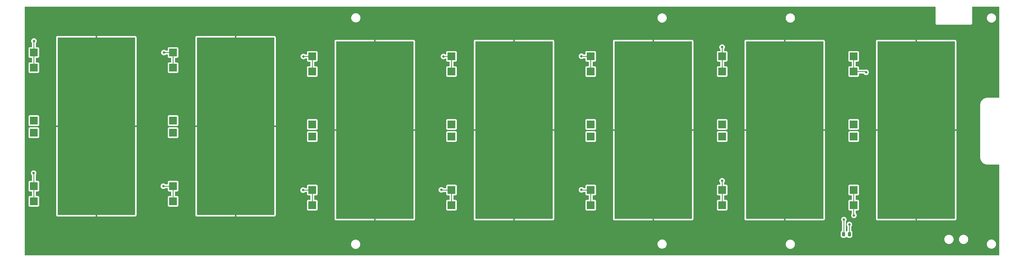
<source format=gtl>
G04 #@! TF.GenerationSoftware,KiCad,Pcbnew,(6.0.4-0)*
G04 #@! TF.CreationDate,2022-06-29T10:25:00-05:00*
G04 #@! TF.ProjectId,X+,582b2e6b-6963-4616-945f-706362585858,4*
G04 #@! TF.SameCoordinates,Original*
G04 #@! TF.FileFunction,Copper,L1,Top*
G04 #@! TF.FilePolarity,Positive*
%FSLAX46Y46*%
G04 Gerber Fmt 4.6, Leading zero omitted, Abs format (unit mm)*
G04 Created by KiCad (PCBNEW (6.0.4-0)) date 2022-06-29 10:25:00*
%MOMM*%
%LPD*%
G01*
G04 APERTURE LIST*
G04 Aperture macros list*
%AMRoundRect*
0 Rectangle with rounded corners*
0 $1 Rounding radius*
0 $2 $3 $4 $5 $6 $7 $8 $9 X,Y pos of 4 corners*
0 Add a 4 corners polygon primitive as box body*
4,1,4,$2,$3,$4,$5,$6,$7,$8,$9,$2,$3,0*
0 Add four circle primitives for the rounded corners*
1,1,$1+$1,$2,$3*
1,1,$1+$1,$4,$5*
1,1,$1+$1,$6,$7*
1,1,$1+$1,$8,$9*
0 Add four rect primitives between the rounded corners*
20,1,$1+$1,$2,$3,$4,$5,0*
20,1,$1+$1,$4,$5,$6,$7,0*
20,1,$1+$1,$6,$7,$8,$9,0*
20,1,$1+$1,$8,$9,$2,$3,0*%
G04 Aperture macros list end*
G04 #@! TA.AperFunction,SMDPad,CuDef*
%ADD10RoundRect,0.243750X0.243750X0.456250X-0.243750X0.456250X-0.243750X-0.456250X0.243750X-0.456250X0*%
G04 #@! TD*
G04 #@! TA.AperFunction,SMDPad,CuDef*
%ADD11R,25.400000X58.420000*%
G04 #@! TD*
G04 #@! TA.AperFunction,SMDPad,CuDef*
%ADD12R,2.500000X2.500000*%
G04 #@! TD*
G04 #@! TA.AperFunction,ViaPad*
%ADD13C,0.800000*%
G04 #@! TD*
G04 #@! TA.AperFunction,Conductor*
%ADD14C,0.250000*%
G04 #@! TD*
G04 APERTURE END LIST*
D10*
X417497500Y-203200000D03*
X415622500Y-203200000D03*
D11*
X439420000Y-168910000D03*
D12*
X418920000Y-188660000D03*
X418920000Y-149660000D03*
X418920000Y-193660000D03*
X418920000Y-144660000D03*
X418920000Y-167060000D03*
X418920000Y-171060000D03*
D11*
X396240000Y-168910000D03*
D12*
X375740000Y-144660000D03*
X375740000Y-149660000D03*
X375740000Y-193660000D03*
X375740000Y-188660000D03*
X375740000Y-171060000D03*
X375740000Y-167060000D03*
D11*
X353060000Y-168910000D03*
D12*
X332560000Y-188660000D03*
X332560000Y-149660000D03*
X332560000Y-193660000D03*
X332560000Y-144660000D03*
X332560000Y-171060000D03*
X332560000Y-167060000D03*
D11*
X307340000Y-168910000D03*
D12*
X286840000Y-193660000D03*
X286840000Y-149660000D03*
X286840000Y-144660000D03*
X286840000Y-188660000D03*
X286840000Y-167060000D03*
X286840000Y-171060000D03*
D11*
X261620000Y-168910000D03*
D12*
X241120000Y-144660000D03*
X241120000Y-188660000D03*
X241120000Y-193660000D03*
X241120000Y-149660000D03*
X241120000Y-167060000D03*
X241120000Y-171060000D03*
D11*
X215900000Y-167640000D03*
D12*
X195400000Y-192390000D03*
X195400000Y-148390000D03*
X195400000Y-143390000D03*
X195400000Y-187390000D03*
X195400000Y-169790000D03*
X195400000Y-165790000D03*
D11*
X170180000Y-167640000D03*
D12*
X149680000Y-187390000D03*
X149680000Y-192390000D03*
X149680000Y-143390000D03*
X149680000Y-148390000D03*
X149680000Y-165790000D03*
X149680000Y-169790000D03*
D13*
X329500000Y-188600000D03*
X192200000Y-187400000D03*
X284200000Y-144700000D03*
X375700000Y-185600000D03*
X375700000Y-141600000D03*
X192400000Y-143400000D03*
X149700000Y-139600000D03*
X238100000Y-188700000D03*
X283500000Y-188600000D03*
X238200000Y-144700000D03*
X419000000Y-197000000D03*
X149600000Y-183100000D03*
X423000000Y-149900000D03*
X329500000Y-144600000D03*
X423000000Y-155500000D03*
X417500000Y-200000000D03*
X415700000Y-198400000D03*
D14*
X375740000Y-141640000D02*
X375700000Y-141600000D01*
X284240000Y-144660000D02*
X284200000Y-144700000D01*
X149680000Y-143390000D02*
X149680000Y-139620000D01*
X286840000Y-144660000D02*
X284240000Y-144660000D01*
X241120000Y-188660000D02*
X238140000Y-188660000D01*
X192410000Y-143390000D02*
X192400000Y-143400000D01*
X286840000Y-188660000D02*
X286840000Y-193660000D01*
X195400000Y-143390000D02*
X195400000Y-148390000D01*
X375740000Y-188660000D02*
X375740000Y-185640000D01*
X375740000Y-144660000D02*
X375740000Y-141640000D01*
X149680000Y-139620000D02*
X149700000Y-139600000D01*
X422760000Y-149660000D02*
X423000000Y-149900000D01*
X195400000Y-143390000D02*
X192410000Y-143390000D01*
X149680000Y-187390000D02*
X149680000Y-183180000D01*
X418920000Y-144660000D02*
X418920000Y-149660000D01*
X329560000Y-144660000D02*
X329500000Y-144600000D01*
X241120000Y-144660000D02*
X238240000Y-144660000D01*
X332560000Y-144660000D02*
X332560000Y-149660000D01*
X238140000Y-188660000D02*
X238100000Y-188700000D01*
X375740000Y-188660000D02*
X375740000Y-193660000D01*
X286840000Y-188660000D02*
X283560000Y-188660000D01*
X329560000Y-188660000D02*
X329500000Y-188600000D01*
X418920000Y-196920000D02*
X419000000Y-197000000D01*
X241120000Y-144660000D02*
X241120000Y-149660000D01*
X375740000Y-185640000D02*
X375700000Y-185600000D01*
X238240000Y-144660000D02*
X238200000Y-144700000D01*
X195400000Y-187390000D02*
X195400000Y-192390000D01*
X192210000Y-187390000D02*
X192200000Y-187400000D01*
X332560000Y-188660000D02*
X332560000Y-193660000D01*
X241120000Y-188660000D02*
X241120000Y-193660000D01*
X286840000Y-144660000D02*
X286840000Y-149660000D01*
X332560000Y-188660000D02*
X329560000Y-188660000D01*
X149680000Y-143390000D02*
X149680000Y-148390000D01*
X149680000Y-183180000D02*
X149600000Y-183100000D01*
X283560000Y-188660000D02*
X283500000Y-188600000D01*
X195400000Y-187390000D02*
X192210000Y-187390000D01*
X375740000Y-144660000D02*
X375740000Y-149660000D01*
X418920000Y-188660000D02*
X418920000Y-193660000D01*
X332560000Y-144660000D02*
X329560000Y-144660000D01*
X418920000Y-193660000D02*
X418920000Y-196920000D01*
X418920000Y-149660000D02*
X422760000Y-149660000D01*
X149680000Y-187390000D02*
X149680000Y-192390000D01*
X417500000Y-200000000D02*
X417500000Y-203197500D01*
X417500000Y-203197500D02*
X417497500Y-203200000D01*
X415700000Y-198400000D02*
X415700000Y-203122500D01*
X415700000Y-203122500D02*
X415622500Y-203200000D01*
G04 #@! TA.AperFunction,Conductor*
G36*
X445733621Y-128290002D02*
G01*
X445780114Y-128343658D01*
X445791500Y-128396000D01*
X445791500Y-133741377D01*
X445791498Y-133742147D01*
X445791024Y-133819721D01*
X445793491Y-133828352D01*
X445799150Y-133848153D01*
X445802728Y-133864915D01*
X445806920Y-133894187D01*
X445810634Y-133902355D01*
X445810634Y-133902356D01*
X445817548Y-133917562D01*
X445823996Y-133935086D01*
X445831051Y-133959771D01*
X445835843Y-133967365D01*
X445835844Y-133967368D01*
X445846830Y-133984780D01*
X445854969Y-133999863D01*
X445867208Y-134026782D01*
X445873069Y-134033584D01*
X445883970Y-134046235D01*
X445895073Y-134061239D01*
X445908776Y-134082958D01*
X445915501Y-134088897D01*
X445915504Y-134088901D01*
X445930938Y-134102532D01*
X445942982Y-134114724D01*
X445956427Y-134130327D01*
X445956430Y-134130329D01*
X445962287Y-134137127D01*
X445969816Y-134142007D01*
X445969817Y-134142008D01*
X445983835Y-134151094D01*
X445998709Y-134162385D01*
X446011217Y-134173431D01*
X446017951Y-134179378D01*
X446044711Y-134191942D01*
X446059691Y-134200263D01*
X446076983Y-134211471D01*
X446076988Y-134211473D01*
X446084515Y-134216352D01*
X446093108Y-134218922D01*
X446093113Y-134218924D01*
X446109120Y-134223711D01*
X446126564Y-134230372D01*
X446141676Y-134237467D01*
X446141678Y-134237468D01*
X446149800Y-134241281D01*
X446158667Y-134242662D01*
X446158668Y-134242662D01*
X446161353Y-134243080D01*
X446179017Y-134245830D01*
X446195732Y-134249613D01*
X446215466Y-134255515D01*
X446215472Y-134255516D01*
X446224066Y-134258086D01*
X446233037Y-134258141D01*
X446233038Y-134258141D01*
X446243097Y-134258202D01*
X446258506Y-134258296D01*
X446259289Y-134258329D01*
X446260386Y-134258500D01*
X446291377Y-134258500D01*
X446292147Y-134258502D01*
X446365785Y-134258952D01*
X446365786Y-134258952D01*
X446369721Y-134258976D01*
X446371065Y-134258592D01*
X446372410Y-134258500D01*
X457291377Y-134258500D01*
X457292148Y-134258502D01*
X457369721Y-134258976D01*
X457398152Y-134250850D01*
X457414915Y-134247272D01*
X457415753Y-134247152D01*
X457444187Y-134243080D01*
X457467564Y-134232451D01*
X457485087Y-134226004D01*
X457509771Y-134218949D01*
X457517365Y-134214157D01*
X457517368Y-134214156D01*
X457534780Y-134203170D01*
X457549865Y-134195030D01*
X457576782Y-134182792D01*
X457596235Y-134166030D01*
X457611239Y-134154927D01*
X457632958Y-134141224D01*
X457638897Y-134134499D01*
X457638901Y-134134496D01*
X457652532Y-134119062D01*
X457664724Y-134107018D01*
X457680327Y-134093573D01*
X457680329Y-134093570D01*
X457687127Y-134087713D01*
X457701094Y-134066165D01*
X457712385Y-134051291D01*
X457723431Y-134038783D01*
X457723432Y-134038782D01*
X457729378Y-134032049D01*
X457741943Y-134005287D01*
X457750263Y-133990309D01*
X457761471Y-133973017D01*
X457761473Y-133973012D01*
X457766352Y-133965485D01*
X457768922Y-133956892D01*
X457768924Y-133956887D01*
X457773711Y-133940880D01*
X457780372Y-133923436D01*
X457787467Y-133908324D01*
X457787468Y-133908322D01*
X457791281Y-133900200D01*
X457795830Y-133870983D01*
X457799613Y-133854268D01*
X457805515Y-133834534D01*
X457805516Y-133834528D01*
X457808086Y-133825934D01*
X457808296Y-133791494D01*
X457808329Y-133790711D01*
X457808500Y-133789614D01*
X457808500Y-133758623D01*
X457808502Y-133757853D01*
X457808952Y-133684215D01*
X457808952Y-133684214D01*
X457808976Y-133680279D01*
X457808592Y-133678935D01*
X457808500Y-133677590D01*
X457808500Y-132010000D01*
X462631832Y-132010000D01*
X462650523Y-132247494D01*
X462651677Y-132252301D01*
X462651678Y-132252307D01*
X462684524Y-132389121D01*
X462706136Y-132479140D01*
X462708029Y-132483711D01*
X462708030Y-132483713D01*
X462774697Y-132644660D01*
X462797302Y-132699234D01*
X462921776Y-132902357D01*
X463076493Y-133083507D01*
X463257643Y-133238224D01*
X463460766Y-133362698D01*
X463465336Y-133364591D01*
X463465340Y-133364593D01*
X463676287Y-133451970D01*
X463680860Y-133453864D01*
X463760969Y-133473096D01*
X463907693Y-133508322D01*
X463907699Y-133508323D01*
X463912506Y-133509477D01*
X464150000Y-133528168D01*
X464387494Y-133509477D01*
X464392301Y-133508323D01*
X464392307Y-133508322D01*
X464539031Y-133473096D01*
X464619140Y-133453864D01*
X464623713Y-133451970D01*
X464834660Y-133364593D01*
X464834664Y-133364591D01*
X464839234Y-133362698D01*
X465042357Y-133238224D01*
X465223507Y-133083507D01*
X465378224Y-132902357D01*
X465502698Y-132699234D01*
X465525304Y-132644660D01*
X465591970Y-132483713D01*
X465591971Y-132483711D01*
X465593864Y-132479140D01*
X465615476Y-132389121D01*
X465648322Y-132252307D01*
X465648323Y-132252301D01*
X465649477Y-132247494D01*
X465668168Y-132010000D01*
X465649477Y-131772506D01*
X465642759Y-131744521D01*
X465599106Y-131562694D01*
X465593864Y-131540860D01*
X465580791Y-131509299D01*
X465504593Y-131325340D01*
X465504591Y-131325336D01*
X465502698Y-131320766D01*
X465378224Y-131117643D01*
X465223507Y-130936493D01*
X465042357Y-130781776D01*
X464839234Y-130657302D01*
X464834664Y-130655409D01*
X464834660Y-130655407D01*
X464623713Y-130568030D01*
X464623711Y-130568029D01*
X464619140Y-130566136D01*
X464539031Y-130546904D01*
X464392307Y-130511678D01*
X464392301Y-130511677D01*
X464387494Y-130510523D01*
X464150000Y-130491832D01*
X463912506Y-130510523D01*
X463907699Y-130511677D01*
X463907693Y-130511678D01*
X463760969Y-130546904D01*
X463680860Y-130566136D01*
X463676289Y-130568029D01*
X463676287Y-130568030D01*
X463465340Y-130655407D01*
X463465336Y-130655409D01*
X463460766Y-130657302D01*
X463257643Y-130781776D01*
X463076493Y-130936493D01*
X462921776Y-131117643D01*
X462797302Y-131320766D01*
X462795409Y-131325336D01*
X462795407Y-131325340D01*
X462719209Y-131509299D01*
X462706136Y-131540860D01*
X462700894Y-131562694D01*
X462657242Y-131744521D01*
X462650523Y-131772506D01*
X462632309Y-132003934D01*
X462631832Y-132010000D01*
X457808500Y-132010000D01*
X457808500Y-128396000D01*
X457828502Y-128327879D01*
X457882158Y-128281386D01*
X457934500Y-128270000D01*
X466599000Y-128270000D01*
X466667121Y-128290002D01*
X466713614Y-128343658D01*
X466725000Y-128396000D01*
X466725000Y-158125500D01*
X466704998Y-158193621D01*
X466651342Y-158240114D01*
X466599000Y-158251500D01*
X462953250Y-158251500D01*
X462932345Y-158249754D01*
X462917344Y-158247230D01*
X462917341Y-158247230D01*
X462912552Y-158246424D01*
X462906555Y-158246351D01*
X462904868Y-158246330D01*
X462904864Y-158246330D01*
X462900000Y-158246271D01*
X462895174Y-158246962D01*
X462893991Y-158247039D01*
X462885973Y-158247854D01*
X462606917Y-158264734D01*
X462606913Y-158264735D01*
X462603119Y-158264964D01*
X462492087Y-158285311D01*
X462314319Y-158317888D01*
X462314312Y-158317890D01*
X462310567Y-158318576D01*
X462026610Y-158407061D01*
X461755390Y-158529127D01*
X461752133Y-158531096D01*
X461752129Y-158531098D01*
X461565837Y-158643716D01*
X461500860Y-158682996D01*
X461497872Y-158685337D01*
X461497869Y-158685339D01*
X461352008Y-158799614D01*
X461266733Y-158866423D01*
X461056423Y-159076733D01*
X461054073Y-159079733D01*
X461054070Y-159079736D01*
X460918264Y-159253080D01*
X460872996Y-159310860D01*
X460719127Y-159565390D01*
X460597061Y-159836610D01*
X460508576Y-160120567D01*
X460454964Y-160413119D01*
X460454735Y-160416911D01*
X460454734Y-160416916D01*
X460438428Y-160686496D01*
X460437712Y-160693136D01*
X460437710Y-160693284D01*
X460437873Y-160693680D01*
X460436309Y-160703724D01*
X460437045Y-160709353D01*
X460437006Y-160710000D01*
X460437130Y-160710000D01*
X460438183Y-160718053D01*
X460440436Y-160735283D01*
X460441500Y-160751620D01*
X460441500Y-177760633D01*
X460440000Y-177780018D01*
X460436309Y-177803724D01*
X460437130Y-177810000D01*
X460437006Y-177810000D01*
X460454964Y-178106881D01*
X460508576Y-178399433D01*
X460597061Y-178683390D01*
X460719127Y-178954610D01*
X460872996Y-179209140D01*
X460875337Y-179212128D01*
X460875339Y-179212131D01*
X461054070Y-179440264D01*
X461056423Y-179443267D01*
X461266733Y-179653577D01*
X461269733Y-179655927D01*
X461269736Y-179655930D01*
X461413013Y-179768180D01*
X461500860Y-179837004D01*
X461504114Y-179838971D01*
X461752129Y-179988902D01*
X461752133Y-179988904D01*
X461755390Y-179990873D01*
X462026610Y-180112939D01*
X462310567Y-180201424D01*
X462314312Y-180202110D01*
X462314319Y-180202112D01*
X462492087Y-180234689D01*
X462603119Y-180255036D01*
X462606913Y-180255265D01*
X462606917Y-180255266D01*
X462868314Y-180271078D01*
X462881595Y-180272591D01*
X462887448Y-180273576D01*
X462893793Y-180273653D01*
X462895140Y-180273670D01*
X462895143Y-180273670D01*
X462900000Y-180273729D01*
X462927624Y-180269773D01*
X462945486Y-180268500D01*
X466599000Y-180268500D01*
X466667121Y-180288502D01*
X466713614Y-180342158D01*
X466725000Y-180394500D01*
X466725000Y-210059000D01*
X466704998Y-210127121D01*
X466651342Y-210173614D01*
X466599000Y-210185000D01*
X146811000Y-210185000D01*
X146742879Y-210164998D01*
X146696386Y-210111342D01*
X146685000Y-210059000D01*
X146685000Y-206510000D01*
X253831832Y-206510000D01*
X253850523Y-206747494D01*
X253851677Y-206752301D01*
X253851678Y-206752307D01*
X253885215Y-206891998D01*
X253906136Y-206979140D01*
X253908029Y-206983711D01*
X253908030Y-206983713D01*
X253974697Y-207144660D01*
X253997302Y-207199234D01*
X254121776Y-207402357D01*
X254276493Y-207583507D01*
X254457643Y-207738224D01*
X254660766Y-207862698D01*
X254665336Y-207864591D01*
X254665340Y-207864593D01*
X254876287Y-207951970D01*
X254880860Y-207953864D01*
X254960969Y-207973096D01*
X255107693Y-208008322D01*
X255107699Y-208008323D01*
X255112506Y-208009477D01*
X255350000Y-208028168D01*
X255587494Y-208009477D01*
X255592301Y-208008323D01*
X255592307Y-208008322D01*
X255739031Y-207973096D01*
X255819140Y-207953864D01*
X255823713Y-207951970D01*
X256034660Y-207864593D01*
X256034664Y-207864591D01*
X256039234Y-207862698D01*
X256242357Y-207738224D01*
X256423507Y-207583507D01*
X256578224Y-207402357D01*
X256702698Y-207199234D01*
X256725304Y-207144660D01*
X256791970Y-206983713D01*
X256791971Y-206983711D01*
X256793864Y-206979140D01*
X256814785Y-206891998D01*
X256848322Y-206752307D01*
X256848323Y-206752301D01*
X256849477Y-206747494D01*
X256868168Y-206510000D01*
X256864233Y-206460000D01*
X354485583Y-206460000D01*
X354485971Y-206464930D01*
X354485971Y-206464933D01*
X354489041Y-206503934D01*
X354504228Y-206696907D01*
X354505382Y-206701714D01*
X354505383Y-206701720D01*
X354536210Y-206830120D01*
X354559704Y-206927981D01*
X354561597Y-206932552D01*
X354561598Y-206932554D01*
X354578902Y-206974328D01*
X354650645Y-207147531D01*
X354774811Y-207350152D01*
X354929145Y-207530855D01*
X355109848Y-207685189D01*
X355312469Y-207809355D01*
X355317039Y-207811248D01*
X355317043Y-207811250D01*
X355527446Y-207898402D01*
X355527448Y-207898403D01*
X355532019Y-207900296D01*
X355612567Y-207919634D01*
X355758280Y-207954617D01*
X355758286Y-207954618D01*
X355763093Y-207955772D01*
X356000000Y-207974417D01*
X356236907Y-207955772D01*
X356241714Y-207954618D01*
X356241720Y-207954617D01*
X356387433Y-207919634D01*
X356467981Y-207900296D01*
X356472552Y-207898403D01*
X356472554Y-207898402D01*
X356682957Y-207811250D01*
X356682961Y-207811248D01*
X356687531Y-207809355D01*
X356890152Y-207685189D01*
X357070855Y-207530855D01*
X357225189Y-207350152D01*
X357349355Y-207147531D01*
X357421099Y-206974328D01*
X357438402Y-206932554D01*
X357438403Y-206932552D01*
X357440296Y-206927981D01*
X357463790Y-206830120D01*
X357494617Y-206701720D01*
X357494618Y-206701714D01*
X357495772Y-206696907D01*
X357510482Y-206510000D01*
X396581832Y-206510000D01*
X396600523Y-206747494D01*
X396601677Y-206752301D01*
X396601678Y-206752307D01*
X396635215Y-206891998D01*
X396656136Y-206979140D01*
X396658029Y-206983711D01*
X396658030Y-206983713D01*
X396724697Y-207144660D01*
X396747302Y-207199234D01*
X396871776Y-207402357D01*
X397026493Y-207583507D01*
X397207643Y-207738224D01*
X397410766Y-207862698D01*
X397415336Y-207864591D01*
X397415340Y-207864593D01*
X397626287Y-207951970D01*
X397630860Y-207953864D01*
X397710969Y-207973096D01*
X397857693Y-208008322D01*
X397857699Y-208008323D01*
X397862506Y-208009477D01*
X398100000Y-208028168D01*
X398337494Y-208009477D01*
X398342301Y-208008323D01*
X398342307Y-208008322D01*
X398489031Y-207973096D01*
X398569140Y-207953864D01*
X398573713Y-207951970D01*
X398784660Y-207864593D01*
X398784664Y-207864591D01*
X398789234Y-207862698D01*
X398992357Y-207738224D01*
X399173507Y-207583507D01*
X399328224Y-207402357D01*
X399452698Y-207199234D01*
X399475304Y-207144660D01*
X399541970Y-206983713D01*
X399541971Y-206983711D01*
X399543864Y-206979140D01*
X399564785Y-206891998D01*
X399598322Y-206752307D01*
X399598323Y-206752301D01*
X399599477Y-206747494D01*
X399618168Y-206510000D01*
X399614233Y-206460000D01*
X462631832Y-206460000D01*
X462650523Y-206697494D01*
X462651677Y-206702301D01*
X462651678Y-206702307D01*
X462684524Y-206839121D01*
X462706136Y-206929140D01*
X462708029Y-206933711D01*
X462708030Y-206933713D01*
X462736598Y-207002681D01*
X462797302Y-207149234D01*
X462921776Y-207352357D01*
X463076493Y-207533507D01*
X463257643Y-207688224D01*
X463460766Y-207812698D01*
X463465336Y-207814591D01*
X463465340Y-207814593D01*
X463676287Y-207901970D01*
X463680860Y-207903864D01*
X463760969Y-207923096D01*
X463907693Y-207958322D01*
X463907699Y-207958323D01*
X463912506Y-207959477D01*
X464150000Y-207978168D01*
X464387494Y-207959477D01*
X464392301Y-207958323D01*
X464392307Y-207958322D01*
X464539031Y-207923096D01*
X464619140Y-207903864D01*
X464623713Y-207901970D01*
X464834660Y-207814593D01*
X464834664Y-207814591D01*
X464839234Y-207812698D01*
X465042357Y-207688224D01*
X465223507Y-207533507D01*
X465378224Y-207352357D01*
X465502698Y-207149234D01*
X465563403Y-207002681D01*
X465591970Y-206933713D01*
X465591971Y-206933711D01*
X465593864Y-206929140D01*
X465615476Y-206839121D01*
X465648322Y-206702307D01*
X465648323Y-206702301D01*
X465649477Y-206697494D01*
X465668168Y-206460000D01*
X465649477Y-206222506D01*
X465642759Y-206194521D01*
X465599106Y-206012694D01*
X465593864Y-205990860D01*
X465590818Y-205983507D01*
X465504593Y-205775340D01*
X465504591Y-205775336D01*
X465502698Y-205770766D01*
X465378224Y-205567643D01*
X465223507Y-205386493D01*
X465042357Y-205231776D01*
X464839234Y-205107302D01*
X464834664Y-205105409D01*
X464834660Y-205105407D01*
X464623713Y-205018030D01*
X464623711Y-205018029D01*
X464619140Y-205016136D01*
X464517906Y-204991832D01*
X464392307Y-204961678D01*
X464392301Y-204961677D01*
X464387494Y-204960523D01*
X464150000Y-204941832D01*
X463912506Y-204960523D01*
X463907699Y-204961677D01*
X463907693Y-204961678D01*
X463782094Y-204991832D01*
X463680860Y-205016136D01*
X463676289Y-205018029D01*
X463676287Y-205018030D01*
X463465340Y-205105407D01*
X463465336Y-205105409D01*
X463460766Y-205107302D01*
X463257643Y-205231776D01*
X463076493Y-205386493D01*
X462921776Y-205567643D01*
X462797302Y-205770766D01*
X462795409Y-205775336D01*
X462795407Y-205775340D01*
X462709182Y-205983507D01*
X462706136Y-205990860D01*
X462700894Y-206012694D01*
X462657242Y-206194521D01*
X462650523Y-206222506D01*
X462632309Y-206453934D01*
X462631832Y-206460000D01*
X399614233Y-206460000D01*
X399599477Y-206272506D01*
X399597578Y-206264593D01*
X399545019Y-206045672D01*
X399543864Y-206040860D01*
X399530791Y-206009299D01*
X399454593Y-205825340D01*
X399454591Y-205825336D01*
X399452698Y-205820766D01*
X399328224Y-205617643D01*
X399173507Y-205436493D01*
X398992357Y-205281776D01*
X398789234Y-205157302D01*
X398784664Y-205155409D01*
X398784660Y-205155407D01*
X398573713Y-205068030D01*
X398573711Y-205068029D01*
X398569140Y-205066136D01*
X398474916Y-205043515D01*
X398342307Y-205011678D01*
X398342301Y-205011677D01*
X398337494Y-205010523D01*
X398100000Y-204991832D01*
X397862506Y-205010523D01*
X397857699Y-205011677D01*
X397857693Y-205011678D01*
X397725084Y-205043515D01*
X397630860Y-205066136D01*
X397626289Y-205068029D01*
X397626287Y-205068030D01*
X397415340Y-205155407D01*
X397415336Y-205155409D01*
X397410766Y-205157302D01*
X397207643Y-205281776D01*
X397026493Y-205436493D01*
X396871776Y-205617643D01*
X396747302Y-205820766D01*
X396745409Y-205825336D01*
X396745407Y-205825340D01*
X396669209Y-206009299D01*
X396656136Y-206040860D01*
X396654981Y-206045672D01*
X396602423Y-206264593D01*
X396600523Y-206272506D01*
X396582309Y-206503934D01*
X396581832Y-206510000D01*
X357510482Y-206510000D01*
X357514417Y-206460000D01*
X357495772Y-206223093D01*
X357488913Y-206194521D01*
X357459634Y-206072567D01*
X357440296Y-205992019D01*
X357436770Y-205983507D01*
X357351250Y-205777043D01*
X357351248Y-205777039D01*
X357349355Y-205772469D01*
X357225189Y-205569848D01*
X357070855Y-205389145D01*
X356890152Y-205234811D01*
X356687531Y-205110645D01*
X356682961Y-205108752D01*
X356682957Y-205108750D01*
X356472554Y-205021598D01*
X356472552Y-205021597D01*
X356467981Y-205019704D01*
X356351886Y-204991832D01*
X356241720Y-204965383D01*
X356241714Y-204965382D01*
X356236907Y-204964228D01*
X356000000Y-204945583D01*
X355763093Y-204964228D01*
X355758286Y-204965382D01*
X355758280Y-204965383D01*
X355648114Y-204991832D01*
X355532019Y-205019704D01*
X355527448Y-205021597D01*
X355527446Y-205021598D01*
X355317043Y-205108750D01*
X355317039Y-205108752D01*
X355312469Y-205110645D01*
X355109848Y-205234811D01*
X354929145Y-205389145D01*
X354774811Y-205569848D01*
X354650645Y-205772469D01*
X354648752Y-205777039D01*
X354648750Y-205777043D01*
X354563230Y-205983507D01*
X354559704Y-205992019D01*
X354540366Y-206072567D01*
X354511088Y-206194521D01*
X354504228Y-206223093D01*
X354494085Y-206351970D01*
X354486057Y-206453980D01*
X354486055Y-206453980D01*
X354486056Y-206453988D01*
X354485583Y-206460000D01*
X256864233Y-206460000D01*
X256849477Y-206272506D01*
X256847578Y-206264593D01*
X256795019Y-206045672D01*
X256793864Y-206040860D01*
X256780791Y-206009299D01*
X256704593Y-205825340D01*
X256704591Y-205825336D01*
X256702698Y-205820766D01*
X256578224Y-205617643D01*
X256423507Y-205436493D01*
X256242357Y-205281776D01*
X256039234Y-205157302D01*
X256034664Y-205155409D01*
X256034660Y-205155407D01*
X255823713Y-205068030D01*
X255823711Y-205068029D01*
X255819140Y-205066136D01*
X255724916Y-205043515D01*
X255592307Y-205011678D01*
X255592301Y-205011677D01*
X255587494Y-205010523D01*
X255350000Y-204991832D01*
X255112506Y-205010523D01*
X255107699Y-205011677D01*
X255107693Y-205011678D01*
X254975084Y-205043515D01*
X254880860Y-205066136D01*
X254876289Y-205068029D01*
X254876287Y-205068030D01*
X254665340Y-205155407D01*
X254665336Y-205155409D01*
X254660766Y-205157302D01*
X254457643Y-205281776D01*
X254276493Y-205436493D01*
X254121776Y-205617643D01*
X253997302Y-205820766D01*
X253995409Y-205825336D01*
X253995407Y-205825340D01*
X253919209Y-206009299D01*
X253906136Y-206040860D01*
X253904981Y-206045672D01*
X253852423Y-206264593D01*
X253850523Y-206272506D01*
X253832309Y-206503934D01*
X253831832Y-206510000D01*
X146685000Y-206510000D01*
X146685000Y-204910000D01*
X448681832Y-204910000D01*
X448700523Y-205147494D01*
X448701677Y-205152301D01*
X448701678Y-205152307D01*
X448732761Y-205281776D01*
X448756136Y-205379140D01*
X448758029Y-205383711D01*
X448758030Y-205383713D01*
X448836877Y-205574065D01*
X448847302Y-205599234D01*
X448971776Y-205802357D01*
X449126493Y-205983507D01*
X449307643Y-206138224D01*
X449510766Y-206262698D01*
X449515336Y-206264591D01*
X449515340Y-206264593D01*
X449726287Y-206351970D01*
X449730860Y-206353864D01*
X449810969Y-206373096D01*
X449957693Y-206408322D01*
X449957699Y-206408323D01*
X449962506Y-206409477D01*
X450200000Y-206428168D01*
X450437494Y-206409477D01*
X450442301Y-206408323D01*
X450442307Y-206408322D01*
X450589031Y-206373096D01*
X450669140Y-206353864D01*
X450673713Y-206351970D01*
X450884660Y-206264593D01*
X450884664Y-206264591D01*
X450889234Y-206262698D01*
X451092357Y-206138224D01*
X451273507Y-205983507D01*
X451428224Y-205802357D01*
X451552698Y-205599234D01*
X451563124Y-205574065D01*
X451641970Y-205383713D01*
X451641971Y-205383711D01*
X451643864Y-205379140D01*
X451667239Y-205281776D01*
X451698322Y-205152307D01*
X451698323Y-205152301D01*
X451699477Y-205147494D01*
X451718168Y-204910000D01*
X453481832Y-204910000D01*
X453500523Y-205147494D01*
X453501677Y-205152301D01*
X453501678Y-205152307D01*
X453532761Y-205281776D01*
X453556136Y-205379140D01*
X453558029Y-205383711D01*
X453558030Y-205383713D01*
X453636877Y-205574065D01*
X453647302Y-205599234D01*
X453771776Y-205802357D01*
X453926493Y-205983507D01*
X454107643Y-206138224D01*
X454310766Y-206262698D01*
X454315336Y-206264591D01*
X454315340Y-206264593D01*
X454526287Y-206351970D01*
X454530860Y-206353864D01*
X454610969Y-206373096D01*
X454757693Y-206408322D01*
X454757699Y-206408323D01*
X454762506Y-206409477D01*
X455000000Y-206428168D01*
X455237494Y-206409477D01*
X455242301Y-206408323D01*
X455242307Y-206408322D01*
X455389031Y-206373096D01*
X455469140Y-206353864D01*
X455473713Y-206351970D01*
X455684660Y-206264593D01*
X455684664Y-206264591D01*
X455689234Y-206262698D01*
X455892357Y-206138224D01*
X456073507Y-205983507D01*
X456228224Y-205802357D01*
X456352698Y-205599234D01*
X456363124Y-205574065D01*
X456441970Y-205383713D01*
X456441971Y-205383711D01*
X456443864Y-205379140D01*
X456467239Y-205281776D01*
X456498322Y-205152307D01*
X456498323Y-205152301D01*
X456499477Y-205147494D01*
X456518168Y-204910000D01*
X456499477Y-204672506D01*
X456443864Y-204440860D01*
X456425049Y-204395436D01*
X456354593Y-204225340D01*
X456354591Y-204225336D01*
X456352698Y-204220766D01*
X456228224Y-204017643D01*
X456073507Y-203836493D01*
X455892357Y-203681776D01*
X455689234Y-203557302D01*
X455684664Y-203555409D01*
X455684660Y-203555407D01*
X455473713Y-203468030D01*
X455473711Y-203468029D01*
X455469140Y-203466136D01*
X455389031Y-203446904D01*
X455242307Y-203411678D01*
X455242301Y-203411677D01*
X455237494Y-203410523D01*
X455000000Y-203391832D01*
X454762506Y-203410523D01*
X454757699Y-203411677D01*
X454757693Y-203411678D01*
X454610969Y-203446904D01*
X454530860Y-203466136D01*
X454526289Y-203468029D01*
X454526287Y-203468030D01*
X454315340Y-203555407D01*
X454315336Y-203555409D01*
X454310766Y-203557302D01*
X454107643Y-203681776D01*
X453926493Y-203836493D01*
X453771776Y-204017643D01*
X453647302Y-204220766D01*
X453645409Y-204225336D01*
X453645407Y-204225340D01*
X453574951Y-204395436D01*
X453556136Y-204440860D01*
X453500523Y-204672506D01*
X453482309Y-204903934D01*
X453481832Y-204910000D01*
X451718168Y-204910000D01*
X451699477Y-204672506D01*
X451643864Y-204440860D01*
X451625049Y-204395436D01*
X451554593Y-204225340D01*
X451554591Y-204225336D01*
X451552698Y-204220766D01*
X451428224Y-204017643D01*
X451273507Y-203836493D01*
X451092357Y-203681776D01*
X450889234Y-203557302D01*
X450884664Y-203555409D01*
X450884660Y-203555407D01*
X450673713Y-203468030D01*
X450673711Y-203468029D01*
X450669140Y-203466136D01*
X450589031Y-203446904D01*
X450442307Y-203411678D01*
X450442301Y-203411677D01*
X450437494Y-203410523D01*
X450200000Y-203391832D01*
X449962506Y-203410523D01*
X449957699Y-203411677D01*
X449957693Y-203411678D01*
X449810969Y-203446904D01*
X449730860Y-203466136D01*
X449726289Y-203468029D01*
X449726287Y-203468030D01*
X449515340Y-203555407D01*
X449515336Y-203555409D01*
X449510766Y-203557302D01*
X449307643Y-203681776D01*
X449126493Y-203836493D01*
X448971776Y-204017643D01*
X448847302Y-204220766D01*
X448845409Y-204225336D01*
X448845407Y-204225340D01*
X448774951Y-204395436D01*
X448756136Y-204440860D01*
X448700523Y-204672506D01*
X448682309Y-204903934D01*
X448681832Y-204910000D01*
X146685000Y-204910000D01*
X146685000Y-202693769D01*
X414626500Y-202693769D01*
X414626501Y-203706230D01*
X414637384Y-203811129D01*
X414639563Y-203817660D01*
X414639564Y-203817665D01*
X414645846Y-203836493D01*
X414692898Y-203977526D01*
X414785203Y-204126689D01*
X414909347Y-204250617D01*
X415058671Y-204342661D01*
X415065619Y-204344966D01*
X415065620Y-204344966D01*
X415218634Y-204395719D01*
X415218636Y-204395719D01*
X415225165Y-204397885D01*
X415328769Y-204408500D01*
X415620234Y-204408500D01*
X415916230Y-204408499D01*
X416021129Y-204397616D01*
X416027660Y-204395437D01*
X416027665Y-204395436D01*
X416180578Y-204344420D01*
X416187526Y-204342102D01*
X416336689Y-204249797D01*
X416460617Y-204125653D01*
X416462419Y-204122730D01*
X416519029Y-204082592D01*
X416589952Y-204079358D01*
X416651364Y-204114982D01*
X416656916Y-204121378D01*
X416660203Y-204126689D01*
X416784347Y-204250617D01*
X416933671Y-204342661D01*
X416940619Y-204344966D01*
X416940620Y-204344966D01*
X417093634Y-204395719D01*
X417093636Y-204395719D01*
X417100165Y-204397885D01*
X417203769Y-204408500D01*
X417495234Y-204408500D01*
X417791230Y-204408499D01*
X417896129Y-204397616D01*
X417902660Y-204395437D01*
X417902665Y-204395436D01*
X418055578Y-204344420D01*
X418062526Y-204342102D01*
X418211689Y-204249797D01*
X418335617Y-204125653D01*
X418427661Y-203976329D01*
X418482885Y-203809835D01*
X418493500Y-203706231D01*
X418493499Y-202693770D01*
X418482616Y-202588871D01*
X418480437Y-202582340D01*
X418480436Y-202582335D01*
X418429420Y-202429422D01*
X418427102Y-202422474D01*
X418334797Y-202273311D01*
X418210653Y-202149383D01*
X418193385Y-202138739D01*
X418145891Y-202085967D01*
X418133500Y-202031479D01*
X418133500Y-200702524D01*
X418153502Y-200634403D01*
X418165858Y-200618221D01*
X418239040Y-200536944D01*
X418334527Y-200371556D01*
X418393542Y-200189928D01*
X418413504Y-200000000D01*
X418393542Y-199810072D01*
X418334527Y-199628444D01*
X418239040Y-199463056D01*
X418111253Y-199321134D01*
X417956752Y-199208882D01*
X417950724Y-199206198D01*
X417950722Y-199206197D01*
X417788319Y-199133891D01*
X417788318Y-199133891D01*
X417782288Y-199131206D01*
X417688888Y-199111353D01*
X417601944Y-199092872D01*
X417601939Y-199092872D01*
X417595487Y-199091500D01*
X417404513Y-199091500D01*
X417398061Y-199092872D01*
X417398056Y-199092872D01*
X417311113Y-199111353D01*
X417217712Y-199131206D01*
X417211682Y-199133891D01*
X417211681Y-199133891D01*
X417049278Y-199206197D01*
X417049276Y-199206198D01*
X417043248Y-199208882D01*
X416888747Y-199321134D01*
X416760960Y-199463056D01*
X416665473Y-199628444D01*
X416606458Y-199810072D01*
X416586496Y-200000000D01*
X416606458Y-200189928D01*
X416665473Y-200371556D01*
X416760960Y-200536944D01*
X416834137Y-200618215D01*
X416864853Y-200682221D01*
X416866500Y-200702524D01*
X416866500Y-202028522D01*
X416846498Y-202096643D01*
X416806804Y-202135665D01*
X416783311Y-202150203D01*
X416659383Y-202274347D01*
X416657581Y-202277270D01*
X416600971Y-202317408D01*
X416530048Y-202320642D01*
X416468636Y-202285018D01*
X416463084Y-202278622D01*
X416459797Y-202273311D01*
X416370482Y-202184151D01*
X416336403Y-202121868D01*
X416333500Y-202094978D01*
X416333500Y-199102524D01*
X416353502Y-199034403D01*
X416365858Y-199018221D01*
X416439040Y-198936944D01*
X416534527Y-198771556D01*
X416593542Y-198589928D01*
X416596185Y-198564786D01*
X416612814Y-198406565D01*
X416613504Y-198400000D01*
X416593542Y-198210072D01*
X416578790Y-198164669D01*
X426212001Y-198164669D01*
X426212371Y-198171490D01*
X426217895Y-198222352D01*
X426221521Y-198237604D01*
X426266676Y-198358054D01*
X426275214Y-198373649D01*
X426351715Y-198475724D01*
X426364276Y-198488285D01*
X426466351Y-198564786D01*
X426481946Y-198573324D01*
X426602394Y-198618478D01*
X426617649Y-198622105D01*
X426668514Y-198627631D01*
X426675328Y-198628000D01*
X439147885Y-198628000D01*
X439163124Y-198623525D01*
X439164329Y-198622135D01*
X439166000Y-198614452D01*
X439166000Y-198609884D01*
X439674000Y-198609884D01*
X439678475Y-198625123D01*
X439679865Y-198626328D01*
X439687548Y-198627999D01*
X452164669Y-198627999D01*
X452171490Y-198627629D01*
X452222352Y-198622105D01*
X452237604Y-198618479D01*
X452358054Y-198573324D01*
X452373649Y-198564786D01*
X452475724Y-198488285D01*
X452488285Y-198475724D01*
X452564786Y-198373649D01*
X452573324Y-198358054D01*
X452618478Y-198237606D01*
X452622105Y-198222351D01*
X452627631Y-198171486D01*
X452628000Y-198164672D01*
X452628000Y-169182115D01*
X452623525Y-169166876D01*
X452622135Y-169165671D01*
X452614452Y-169164000D01*
X439692115Y-169164000D01*
X439676876Y-169168475D01*
X439675671Y-169169865D01*
X439674000Y-169177548D01*
X439674000Y-198609884D01*
X439166000Y-198609884D01*
X439166000Y-169182115D01*
X439161525Y-169166876D01*
X439160135Y-169165671D01*
X439152452Y-169164000D01*
X426230116Y-169164000D01*
X426214877Y-169168475D01*
X426213672Y-169169865D01*
X426212001Y-169177548D01*
X426212001Y-198164669D01*
X416578790Y-198164669D01*
X416534527Y-198028444D01*
X416439040Y-197863056D01*
X416376685Y-197793803D01*
X416315675Y-197726045D01*
X416315674Y-197726044D01*
X416311253Y-197721134D01*
X416156752Y-197608882D01*
X416150724Y-197606198D01*
X416150722Y-197606197D01*
X415988319Y-197533891D01*
X415988318Y-197533891D01*
X415982288Y-197531206D01*
X415888888Y-197511353D01*
X415801944Y-197492872D01*
X415801939Y-197492872D01*
X415795487Y-197491500D01*
X415604513Y-197491500D01*
X415598061Y-197492872D01*
X415598056Y-197492872D01*
X415511112Y-197511353D01*
X415417712Y-197531206D01*
X415411682Y-197533891D01*
X415411681Y-197533891D01*
X415249278Y-197606197D01*
X415249276Y-197606198D01*
X415243248Y-197608882D01*
X415088747Y-197721134D01*
X415084326Y-197726044D01*
X415084325Y-197726045D01*
X415023316Y-197793803D01*
X414960960Y-197863056D01*
X414865473Y-198028444D01*
X414806458Y-198210072D01*
X414786496Y-198400000D01*
X414787186Y-198406565D01*
X414803816Y-198564786D01*
X414806458Y-198589928D01*
X414865473Y-198771556D01*
X414960960Y-198936944D01*
X415034137Y-199018215D01*
X415064853Y-199082221D01*
X415066500Y-199102524D01*
X415066500Y-201982110D01*
X415046498Y-202050231D01*
X415006803Y-202089254D01*
X414908311Y-202150203D01*
X414784383Y-202274347D01*
X414692339Y-202423671D01*
X414637115Y-202590165D01*
X414626500Y-202693769D01*
X146685000Y-202693769D01*
X146685000Y-198164669D01*
X248412001Y-198164669D01*
X248412371Y-198171490D01*
X248417895Y-198222352D01*
X248421521Y-198237604D01*
X248466676Y-198358054D01*
X248475214Y-198373649D01*
X248551715Y-198475724D01*
X248564276Y-198488285D01*
X248666351Y-198564786D01*
X248681946Y-198573324D01*
X248802394Y-198618478D01*
X248817649Y-198622105D01*
X248868514Y-198627631D01*
X248875328Y-198628000D01*
X261347885Y-198628000D01*
X261363124Y-198623525D01*
X261364329Y-198622135D01*
X261366000Y-198614452D01*
X261366000Y-198609884D01*
X261874000Y-198609884D01*
X261878475Y-198625123D01*
X261879865Y-198626328D01*
X261887548Y-198627999D01*
X274364669Y-198627999D01*
X274371490Y-198627629D01*
X274422352Y-198622105D01*
X274437604Y-198618479D01*
X274558054Y-198573324D01*
X274573649Y-198564786D01*
X274675724Y-198488285D01*
X274688285Y-198475724D01*
X274764786Y-198373649D01*
X274773324Y-198358054D01*
X274818478Y-198237606D01*
X274822105Y-198222351D01*
X274827631Y-198171486D01*
X274828000Y-198164672D01*
X274828000Y-198164669D01*
X294132001Y-198164669D01*
X294132371Y-198171490D01*
X294137895Y-198222352D01*
X294141521Y-198237604D01*
X294186676Y-198358054D01*
X294195214Y-198373649D01*
X294271715Y-198475724D01*
X294284276Y-198488285D01*
X294386351Y-198564786D01*
X294401946Y-198573324D01*
X294522394Y-198618478D01*
X294537649Y-198622105D01*
X294588514Y-198627631D01*
X294595328Y-198628000D01*
X307067885Y-198628000D01*
X307083124Y-198623525D01*
X307084329Y-198622135D01*
X307086000Y-198614452D01*
X307086000Y-198609884D01*
X307594000Y-198609884D01*
X307598475Y-198625123D01*
X307599865Y-198626328D01*
X307607548Y-198627999D01*
X320084669Y-198627999D01*
X320091490Y-198627629D01*
X320142352Y-198622105D01*
X320157604Y-198618479D01*
X320278054Y-198573324D01*
X320293649Y-198564786D01*
X320395724Y-198488285D01*
X320408285Y-198475724D01*
X320484786Y-198373649D01*
X320493324Y-198358054D01*
X320538478Y-198237606D01*
X320542105Y-198222351D01*
X320547631Y-198171486D01*
X320548000Y-198164672D01*
X320548000Y-198164669D01*
X339852001Y-198164669D01*
X339852371Y-198171490D01*
X339857895Y-198222352D01*
X339861521Y-198237604D01*
X339906676Y-198358054D01*
X339915214Y-198373649D01*
X339991715Y-198475724D01*
X340004276Y-198488285D01*
X340106351Y-198564786D01*
X340121946Y-198573324D01*
X340242394Y-198618478D01*
X340257649Y-198622105D01*
X340308514Y-198627631D01*
X340315328Y-198628000D01*
X352787885Y-198628000D01*
X352803124Y-198623525D01*
X352804329Y-198622135D01*
X352806000Y-198614452D01*
X352806000Y-198609884D01*
X353314000Y-198609884D01*
X353318475Y-198625123D01*
X353319865Y-198626328D01*
X353327548Y-198627999D01*
X365804669Y-198627999D01*
X365811490Y-198627629D01*
X365862352Y-198622105D01*
X365877604Y-198618479D01*
X365998054Y-198573324D01*
X366013649Y-198564786D01*
X366115724Y-198488285D01*
X366128285Y-198475724D01*
X366204786Y-198373649D01*
X366213324Y-198358054D01*
X366258478Y-198237606D01*
X366262105Y-198222351D01*
X366267631Y-198171486D01*
X366268000Y-198164672D01*
X366268000Y-198164669D01*
X383032001Y-198164669D01*
X383032371Y-198171490D01*
X383037895Y-198222352D01*
X383041521Y-198237604D01*
X383086676Y-198358054D01*
X383095214Y-198373649D01*
X383171715Y-198475724D01*
X383184276Y-198488285D01*
X383286351Y-198564786D01*
X383301946Y-198573324D01*
X383422394Y-198618478D01*
X383437649Y-198622105D01*
X383488514Y-198627631D01*
X383495328Y-198628000D01*
X395967885Y-198628000D01*
X395983124Y-198623525D01*
X395984329Y-198622135D01*
X395986000Y-198614452D01*
X395986000Y-198609884D01*
X396494000Y-198609884D01*
X396498475Y-198625123D01*
X396499865Y-198626328D01*
X396507548Y-198627999D01*
X408984669Y-198627999D01*
X408991490Y-198627629D01*
X409042352Y-198622105D01*
X409057604Y-198618479D01*
X409178054Y-198573324D01*
X409193649Y-198564786D01*
X409295724Y-198488285D01*
X409308285Y-198475724D01*
X409384786Y-198373649D01*
X409393324Y-198358054D01*
X409438478Y-198237606D01*
X409442105Y-198222351D01*
X409447631Y-198171486D01*
X409448000Y-198164672D01*
X409448000Y-194958134D01*
X417161500Y-194958134D01*
X417168255Y-195020316D01*
X417219385Y-195156705D01*
X417306739Y-195273261D01*
X417423295Y-195360615D01*
X417559684Y-195411745D01*
X417621866Y-195418500D01*
X418160500Y-195418500D01*
X418228621Y-195438502D01*
X418275114Y-195492158D01*
X418286500Y-195544500D01*
X418286500Y-196388138D01*
X418266498Y-196456259D01*
X418264660Y-196458947D01*
X418260960Y-196463056D01*
X418165473Y-196628444D01*
X418106458Y-196810072D01*
X418105768Y-196816633D01*
X418105768Y-196816635D01*
X418097566Y-196894672D01*
X418086496Y-197000000D01*
X418106458Y-197189928D01*
X418165473Y-197371556D01*
X418260960Y-197536944D01*
X418265378Y-197541851D01*
X418265379Y-197541852D01*
X418325733Y-197608882D01*
X418388747Y-197678866D01*
X418543248Y-197791118D01*
X418549276Y-197793802D01*
X418549278Y-197793803D01*
X418704824Y-197863056D01*
X418717712Y-197868794D01*
X418811113Y-197888647D01*
X418898056Y-197907128D01*
X418898061Y-197907128D01*
X418904513Y-197908500D01*
X419095487Y-197908500D01*
X419101939Y-197907128D01*
X419101944Y-197907128D01*
X419188887Y-197888647D01*
X419282288Y-197868794D01*
X419295176Y-197863056D01*
X419450722Y-197793803D01*
X419450724Y-197793802D01*
X419456752Y-197791118D01*
X419611253Y-197678866D01*
X419674267Y-197608882D01*
X419734621Y-197541852D01*
X419734622Y-197541851D01*
X419739040Y-197536944D01*
X419834527Y-197371556D01*
X419893542Y-197189928D01*
X419913504Y-197000000D01*
X419902434Y-196894672D01*
X419894232Y-196816635D01*
X419894232Y-196816633D01*
X419893542Y-196810072D01*
X419834527Y-196628444D01*
X419739040Y-196463056D01*
X419611253Y-196321134D01*
X419605439Y-196316910D01*
X419605233Y-196316643D01*
X419601002Y-196312833D01*
X419601699Y-196312059D01*
X419562086Y-196260689D01*
X419553500Y-196214974D01*
X419553500Y-195544500D01*
X419573502Y-195476379D01*
X419627158Y-195429886D01*
X419679500Y-195418500D01*
X420218134Y-195418500D01*
X420280316Y-195411745D01*
X420416705Y-195360615D01*
X420533261Y-195273261D01*
X420620615Y-195156705D01*
X420671745Y-195020316D01*
X420678500Y-194958134D01*
X420678500Y-192361866D01*
X420671745Y-192299684D01*
X420620615Y-192163295D01*
X420533261Y-192046739D01*
X420416705Y-191959385D01*
X420280316Y-191908255D01*
X420218134Y-191901500D01*
X419679500Y-191901500D01*
X419611379Y-191881498D01*
X419564886Y-191827842D01*
X419553500Y-191775500D01*
X419553500Y-190544500D01*
X419573502Y-190476379D01*
X419627158Y-190429886D01*
X419679500Y-190418500D01*
X420218134Y-190418500D01*
X420280316Y-190411745D01*
X420416705Y-190360615D01*
X420533261Y-190273261D01*
X420620615Y-190156705D01*
X420671745Y-190020316D01*
X420678500Y-189958134D01*
X420678500Y-187361866D01*
X420671745Y-187299684D01*
X420620615Y-187163295D01*
X420533261Y-187046739D01*
X420416705Y-186959385D01*
X420280316Y-186908255D01*
X420218134Y-186901500D01*
X417621866Y-186901500D01*
X417559684Y-186908255D01*
X417423295Y-186959385D01*
X417306739Y-187046739D01*
X417219385Y-187163295D01*
X417168255Y-187299684D01*
X417161500Y-187361866D01*
X417161500Y-189958134D01*
X417168255Y-190020316D01*
X417219385Y-190156705D01*
X417306739Y-190273261D01*
X417423295Y-190360615D01*
X417559684Y-190411745D01*
X417621866Y-190418500D01*
X418160500Y-190418500D01*
X418228621Y-190438502D01*
X418275114Y-190492158D01*
X418286500Y-190544500D01*
X418286500Y-191775500D01*
X418266498Y-191843621D01*
X418212842Y-191890114D01*
X418160500Y-191901500D01*
X417621866Y-191901500D01*
X417559684Y-191908255D01*
X417423295Y-191959385D01*
X417306739Y-192046739D01*
X417219385Y-192163295D01*
X417168255Y-192299684D01*
X417161500Y-192361866D01*
X417161500Y-194958134D01*
X409448000Y-194958134D01*
X409448000Y-172358134D01*
X417161500Y-172358134D01*
X417168255Y-172420316D01*
X417219385Y-172556705D01*
X417306739Y-172673261D01*
X417423295Y-172760615D01*
X417559684Y-172811745D01*
X417621866Y-172818500D01*
X420218134Y-172818500D01*
X420280316Y-172811745D01*
X420416705Y-172760615D01*
X420533261Y-172673261D01*
X420620615Y-172556705D01*
X420671745Y-172420316D01*
X420678500Y-172358134D01*
X420678500Y-169761866D01*
X420671745Y-169699684D01*
X420620615Y-169563295D01*
X420533261Y-169446739D01*
X420416705Y-169359385D01*
X420280316Y-169308255D01*
X420218134Y-169301500D01*
X417621866Y-169301500D01*
X417559684Y-169308255D01*
X417423295Y-169359385D01*
X417306739Y-169446739D01*
X417219385Y-169563295D01*
X417168255Y-169699684D01*
X417161500Y-169761866D01*
X417161500Y-172358134D01*
X409448000Y-172358134D01*
X409448000Y-169182115D01*
X409443525Y-169166876D01*
X409442135Y-169165671D01*
X409434452Y-169164000D01*
X396512115Y-169164000D01*
X396496876Y-169168475D01*
X396495671Y-169169865D01*
X396494000Y-169177548D01*
X396494000Y-198609884D01*
X395986000Y-198609884D01*
X395986000Y-169182115D01*
X395981525Y-169166876D01*
X395980135Y-169165671D01*
X395972452Y-169164000D01*
X383050116Y-169164000D01*
X383034877Y-169168475D01*
X383033672Y-169169865D01*
X383032001Y-169177548D01*
X383032001Y-198164669D01*
X366268000Y-198164669D01*
X366268000Y-194958134D01*
X373981500Y-194958134D01*
X373988255Y-195020316D01*
X374039385Y-195156705D01*
X374126739Y-195273261D01*
X374243295Y-195360615D01*
X374379684Y-195411745D01*
X374441866Y-195418500D01*
X377038134Y-195418500D01*
X377100316Y-195411745D01*
X377236705Y-195360615D01*
X377353261Y-195273261D01*
X377440615Y-195156705D01*
X377491745Y-195020316D01*
X377498500Y-194958134D01*
X377498500Y-192361866D01*
X377491745Y-192299684D01*
X377440615Y-192163295D01*
X377353261Y-192046739D01*
X377236705Y-191959385D01*
X377100316Y-191908255D01*
X377038134Y-191901500D01*
X376499500Y-191901500D01*
X376431379Y-191881498D01*
X376384886Y-191827842D01*
X376373500Y-191775500D01*
X376373500Y-190544500D01*
X376393502Y-190476379D01*
X376447158Y-190429886D01*
X376499500Y-190418500D01*
X377038134Y-190418500D01*
X377100316Y-190411745D01*
X377236705Y-190360615D01*
X377353261Y-190273261D01*
X377440615Y-190156705D01*
X377491745Y-190020316D01*
X377498500Y-189958134D01*
X377498500Y-187361866D01*
X377491745Y-187299684D01*
X377440615Y-187163295D01*
X377353261Y-187046739D01*
X377236705Y-186959385D01*
X377100316Y-186908255D01*
X377038134Y-186901500D01*
X376499500Y-186901500D01*
X376431379Y-186881498D01*
X376384886Y-186827842D01*
X376373500Y-186775500D01*
X376373500Y-186258101D01*
X376393502Y-186189980D01*
X376405864Y-186173791D01*
X376434616Y-186141858D01*
X376434618Y-186141855D01*
X376439040Y-186136944D01*
X376534527Y-185971556D01*
X376593542Y-185789928D01*
X376610155Y-185631869D01*
X376612814Y-185606565D01*
X376613504Y-185600000D01*
X376612814Y-185593435D01*
X376594232Y-185416635D01*
X376594232Y-185416633D01*
X376593542Y-185410072D01*
X376534527Y-185228444D01*
X376439040Y-185063056D01*
X376311253Y-184921134D01*
X376156752Y-184808882D01*
X376150724Y-184806198D01*
X376150722Y-184806197D01*
X375988319Y-184733891D01*
X375988318Y-184733891D01*
X375982288Y-184731206D01*
X375888887Y-184711353D01*
X375801944Y-184692872D01*
X375801939Y-184692872D01*
X375795487Y-184691500D01*
X375604513Y-184691500D01*
X375598061Y-184692872D01*
X375598056Y-184692872D01*
X375511112Y-184711353D01*
X375417712Y-184731206D01*
X375411682Y-184733891D01*
X375411681Y-184733891D01*
X375249278Y-184806197D01*
X375249276Y-184806198D01*
X375243248Y-184808882D01*
X375088747Y-184921134D01*
X374960960Y-185063056D01*
X374865473Y-185228444D01*
X374806458Y-185410072D01*
X374805768Y-185416633D01*
X374805768Y-185416635D01*
X374787186Y-185593435D01*
X374786496Y-185600000D01*
X374787186Y-185606565D01*
X374789846Y-185631869D01*
X374806458Y-185789928D01*
X374865473Y-185971556D01*
X374960960Y-186136944D01*
X374965378Y-186141851D01*
X374965379Y-186141852D01*
X375074136Y-186262639D01*
X375104854Y-186326646D01*
X375106500Y-186346949D01*
X375106500Y-186775500D01*
X375086498Y-186843621D01*
X375032842Y-186890114D01*
X374980500Y-186901500D01*
X374441866Y-186901500D01*
X374379684Y-186908255D01*
X374243295Y-186959385D01*
X374126739Y-187046739D01*
X374039385Y-187163295D01*
X373988255Y-187299684D01*
X373981500Y-187361866D01*
X373981500Y-189958134D01*
X373988255Y-190020316D01*
X374039385Y-190156705D01*
X374126739Y-190273261D01*
X374243295Y-190360615D01*
X374379684Y-190411745D01*
X374441866Y-190418500D01*
X374980500Y-190418500D01*
X375048621Y-190438502D01*
X375095114Y-190492158D01*
X375106500Y-190544500D01*
X375106500Y-191775500D01*
X375086498Y-191843621D01*
X375032842Y-191890114D01*
X374980500Y-191901500D01*
X374441866Y-191901500D01*
X374379684Y-191908255D01*
X374243295Y-191959385D01*
X374126739Y-192046739D01*
X374039385Y-192163295D01*
X373988255Y-192299684D01*
X373981500Y-192361866D01*
X373981500Y-194958134D01*
X366268000Y-194958134D01*
X366268000Y-172358134D01*
X373981500Y-172358134D01*
X373988255Y-172420316D01*
X374039385Y-172556705D01*
X374126739Y-172673261D01*
X374243295Y-172760615D01*
X374379684Y-172811745D01*
X374441866Y-172818500D01*
X377038134Y-172818500D01*
X377100316Y-172811745D01*
X377236705Y-172760615D01*
X377353261Y-172673261D01*
X377440615Y-172556705D01*
X377491745Y-172420316D01*
X377498500Y-172358134D01*
X377498500Y-169761866D01*
X377491745Y-169699684D01*
X377440615Y-169563295D01*
X377353261Y-169446739D01*
X377236705Y-169359385D01*
X377100316Y-169308255D01*
X377038134Y-169301500D01*
X374441866Y-169301500D01*
X374379684Y-169308255D01*
X374243295Y-169359385D01*
X374126739Y-169446739D01*
X374039385Y-169563295D01*
X373988255Y-169699684D01*
X373981500Y-169761866D01*
X373981500Y-172358134D01*
X366268000Y-172358134D01*
X366268000Y-169182115D01*
X366263525Y-169166876D01*
X366262135Y-169165671D01*
X366254452Y-169164000D01*
X353332115Y-169164000D01*
X353316876Y-169168475D01*
X353315671Y-169169865D01*
X353314000Y-169177548D01*
X353314000Y-198609884D01*
X352806000Y-198609884D01*
X352806000Y-169182115D01*
X352801525Y-169166876D01*
X352800135Y-169165671D01*
X352792452Y-169164000D01*
X339870116Y-169164000D01*
X339854877Y-169168475D01*
X339853672Y-169169865D01*
X339852001Y-169177548D01*
X339852001Y-198164669D01*
X320548000Y-198164669D01*
X320548000Y-188600000D01*
X328586496Y-188600000D01*
X328587186Y-188606565D01*
X328602295Y-188750316D01*
X328606458Y-188789928D01*
X328665473Y-188971556D01*
X328668776Y-188977278D01*
X328668777Y-188977279D01*
X328683778Y-189003261D01*
X328760960Y-189136944D01*
X328888747Y-189278866D01*
X328915014Y-189297950D01*
X329031724Y-189382745D01*
X329043248Y-189391118D01*
X329049276Y-189393802D01*
X329049278Y-189393803D01*
X329106995Y-189419500D01*
X329217712Y-189468794D01*
X329304479Y-189487237D01*
X329398056Y-189507128D01*
X329398061Y-189507128D01*
X329404513Y-189508500D01*
X329595487Y-189508500D01*
X329601939Y-189507128D01*
X329601944Y-189507128D01*
X329695521Y-189487237D01*
X329782288Y-189468794D01*
X329893005Y-189419500D01*
X329950722Y-189393803D01*
X329950724Y-189393802D01*
X329956752Y-189391118D01*
X329968277Y-189382745D01*
X330057990Y-189317564D01*
X330124858Y-189293706D01*
X330132051Y-189293500D01*
X330675500Y-189293500D01*
X330743621Y-189313502D01*
X330790114Y-189367158D01*
X330801500Y-189419500D01*
X330801500Y-189958134D01*
X330808255Y-190020316D01*
X330859385Y-190156705D01*
X330946739Y-190273261D01*
X331063295Y-190360615D01*
X331199684Y-190411745D01*
X331261866Y-190418500D01*
X331800500Y-190418500D01*
X331868621Y-190438502D01*
X331915114Y-190492158D01*
X331926500Y-190544500D01*
X331926500Y-191775500D01*
X331906498Y-191843621D01*
X331852842Y-191890114D01*
X331800500Y-191901500D01*
X331261866Y-191901500D01*
X331199684Y-191908255D01*
X331063295Y-191959385D01*
X330946739Y-192046739D01*
X330859385Y-192163295D01*
X330808255Y-192299684D01*
X330801500Y-192361866D01*
X330801500Y-194958134D01*
X330808255Y-195020316D01*
X330859385Y-195156705D01*
X330946739Y-195273261D01*
X331063295Y-195360615D01*
X331199684Y-195411745D01*
X331261866Y-195418500D01*
X333858134Y-195418500D01*
X333920316Y-195411745D01*
X334056705Y-195360615D01*
X334173261Y-195273261D01*
X334260615Y-195156705D01*
X334311745Y-195020316D01*
X334318500Y-194958134D01*
X334318500Y-192361866D01*
X334311745Y-192299684D01*
X334260615Y-192163295D01*
X334173261Y-192046739D01*
X334056705Y-191959385D01*
X333920316Y-191908255D01*
X333858134Y-191901500D01*
X333319500Y-191901500D01*
X333251379Y-191881498D01*
X333204886Y-191827842D01*
X333193500Y-191775500D01*
X333193500Y-190544500D01*
X333213502Y-190476379D01*
X333267158Y-190429886D01*
X333319500Y-190418500D01*
X333858134Y-190418500D01*
X333920316Y-190411745D01*
X334056705Y-190360615D01*
X334173261Y-190273261D01*
X334260615Y-190156705D01*
X334311745Y-190020316D01*
X334318500Y-189958134D01*
X334318500Y-187361866D01*
X334311745Y-187299684D01*
X334260615Y-187163295D01*
X334173261Y-187046739D01*
X334056705Y-186959385D01*
X333920316Y-186908255D01*
X333858134Y-186901500D01*
X331261866Y-186901500D01*
X331199684Y-186908255D01*
X331063295Y-186959385D01*
X330946739Y-187046739D01*
X330859385Y-187163295D01*
X330808255Y-187299684D01*
X330801500Y-187361866D01*
X330801500Y-187900500D01*
X330781498Y-187968621D01*
X330727842Y-188015114D01*
X330675500Y-188026500D01*
X330262223Y-188026500D01*
X330194102Y-188006498D01*
X330168587Y-187984810D01*
X330115675Y-187926045D01*
X330115674Y-187926044D01*
X330111253Y-187921134D01*
X329956752Y-187808882D01*
X329950724Y-187806198D01*
X329950722Y-187806197D01*
X329788319Y-187733891D01*
X329788318Y-187733891D01*
X329782288Y-187731206D01*
X329688887Y-187711353D01*
X329601944Y-187692872D01*
X329601939Y-187692872D01*
X329595487Y-187691500D01*
X329404513Y-187691500D01*
X329398061Y-187692872D01*
X329398056Y-187692872D01*
X329311113Y-187711353D01*
X329217712Y-187731206D01*
X329211682Y-187733891D01*
X329211681Y-187733891D01*
X329049278Y-187806197D01*
X329049276Y-187806198D01*
X329043248Y-187808882D01*
X328888747Y-187921134D01*
X328884326Y-187926044D01*
X328884325Y-187926045D01*
X328792570Y-188027950D01*
X328760960Y-188063056D01*
X328665473Y-188228444D01*
X328606458Y-188410072D01*
X328605768Y-188416633D01*
X328605768Y-188416635D01*
X328595948Y-188510072D01*
X328586496Y-188600000D01*
X320548000Y-188600000D01*
X320548000Y-172358134D01*
X330801500Y-172358134D01*
X330808255Y-172420316D01*
X330859385Y-172556705D01*
X330946739Y-172673261D01*
X331063295Y-172760615D01*
X331199684Y-172811745D01*
X331261866Y-172818500D01*
X333858134Y-172818500D01*
X333920316Y-172811745D01*
X334056705Y-172760615D01*
X334173261Y-172673261D01*
X334260615Y-172556705D01*
X334311745Y-172420316D01*
X334318500Y-172358134D01*
X334318500Y-169761866D01*
X334311745Y-169699684D01*
X334260615Y-169563295D01*
X334173261Y-169446739D01*
X334056705Y-169359385D01*
X333920316Y-169308255D01*
X333858134Y-169301500D01*
X331261866Y-169301500D01*
X331199684Y-169308255D01*
X331063295Y-169359385D01*
X330946739Y-169446739D01*
X330859385Y-169563295D01*
X330808255Y-169699684D01*
X330801500Y-169761866D01*
X330801500Y-172358134D01*
X320548000Y-172358134D01*
X320548000Y-169182115D01*
X320543525Y-169166876D01*
X320542135Y-169165671D01*
X320534452Y-169164000D01*
X307612115Y-169164000D01*
X307596876Y-169168475D01*
X307595671Y-169169865D01*
X307594000Y-169177548D01*
X307594000Y-198609884D01*
X307086000Y-198609884D01*
X307086000Y-169182115D01*
X307081525Y-169166876D01*
X307080135Y-169165671D01*
X307072452Y-169164000D01*
X294150116Y-169164000D01*
X294134877Y-169168475D01*
X294133672Y-169169865D01*
X294132001Y-169177548D01*
X294132001Y-198164669D01*
X274828000Y-198164669D01*
X274828000Y-188600000D01*
X282586496Y-188600000D01*
X282587186Y-188606565D01*
X282602295Y-188750316D01*
X282606458Y-188789928D01*
X282665473Y-188971556D01*
X282668776Y-188977278D01*
X282668777Y-188977279D01*
X282683778Y-189003261D01*
X282760960Y-189136944D01*
X282888747Y-189278866D01*
X282915014Y-189297950D01*
X283031724Y-189382745D01*
X283043248Y-189391118D01*
X283049276Y-189393802D01*
X283049278Y-189393803D01*
X283106995Y-189419500D01*
X283217712Y-189468794D01*
X283304479Y-189487237D01*
X283398056Y-189507128D01*
X283398061Y-189507128D01*
X283404513Y-189508500D01*
X283595487Y-189508500D01*
X283601939Y-189507128D01*
X283601944Y-189507128D01*
X283695521Y-189487237D01*
X283782288Y-189468794D01*
X283893005Y-189419500D01*
X283950722Y-189393803D01*
X283950724Y-189393802D01*
X283956752Y-189391118D01*
X283968277Y-189382745D01*
X284057990Y-189317564D01*
X284124858Y-189293706D01*
X284132051Y-189293500D01*
X284955500Y-189293500D01*
X285023621Y-189313502D01*
X285070114Y-189367158D01*
X285081500Y-189419500D01*
X285081500Y-189958134D01*
X285088255Y-190020316D01*
X285139385Y-190156705D01*
X285226739Y-190273261D01*
X285343295Y-190360615D01*
X285479684Y-190411745D01*
X285541866Y-190418500D01*
X286080500Y-190418500D01*
X286148621Y-190438502D01*
X286195114Y-190492158D01*
X286206500Y-190544500D01*
X286206500Y-191775500D01*
X286186498Y-191843621D01*
X286132842Y-191890114D01*
X286080500Y-191901500D01*
X285541866Y-191901500D01*
X285479684Y-191908255D01*
X285343295Y-191959385D01*
X285226739Y-192046739D01*
X285139385Y-192163295D01*
X285088255Y-192299684D01*
X285081500Y-192361866D01*
X285081500Y-194958134D01*
X285088255Y-195020316D01*
X285139385Y-195156705D01*
X285226739Y-195273261D01*
X285343295Y-195360615D01*
X285479684Y-195411745D01*
X285541866Y-195418500D01*
X288138134Y-195418500D01*
X288200316Y-195411745D01*
X288336705Y-195360615D01*
X288453261Y-195273261D01*
X288540615Y-195156705D01*
X288591745Y-195020316D01*
X288598500Y-194958134D01*
X288598500Y-192361866D01*
X288591745Y-192299684D01*
X288540615Y-192163295D01*
X288453261Y-192046739D01*
X288336705Y-191959385D01*
X288200316Y-191908255D01*
X288138134Y-191901500D01*
X287599500Y-191901500D01*
X287531379Y-191881498D01*
X287484886Y-191827842D01*
X287473500Y-191775500D01*
X287473500Y-190544500D01*
X287493502Y-190476379D01*
X287547158Y-190429886D01*
X287599500Y-190418500D01*
X288138134Y-190418500D01*
X288200316Y-190411745D01*
X288336705Y-190360615D01*
X288453261Y-190273261D01*
X288540615Y-190156705D01*
X288591745Y-190020316D01*
X288598500Y-189958134D01*
X288598500Y-187361866D01*
X288591745Y-187299684D01*
X288540615Y-187163295D01*
X288453261Y-187046739D01*
X288336705Y-186959385D01*
X288200316Y-186908255D01*
X288138134Y-186901500D01*
X285541866Y-186901500D01*
X285479684Y-186908255D01*
X285343295Y-186959385D01*
X285226739Y-187046739D01*
X285139385Y-187163295D01*
X285088255Y-187299684D01*
X285081500Y-187361866D01*
X285081500Y-187900500D01*
X285061498Y-187968621D01*
X285007842Y-188015114D01*
X284955500Y-188026500D01*
X284262223Y-188026500D01*
X284194102Y-188006498D01*
X284168587Y-187984810D01*
X284115675Y-187926045D01*
X284115674Y-187926044D01*
X284111253Y-187921134D01*
X283956752Y-187808882D01*
X283950724Y-187806198D01*
X283950722Y-187806197D01*
X283788319Y-187733891D01*
X283788318Y-187733891D01*
X283782288Y-187731206D01*
X283688887Y-187711353D01*
X283601944Y-187692872D01*
X283601939Y-187692872D01*
X283595487Y-187691500D01*
X283404513Y-187691500D01*
X283398061Y-187692872D01*
X283398056Y-187692872D01*
X283311113Y-187711353D01*
X283217712Y-187731206D01*
X283211682Y-187733891D01*
X283211681Y-187733891D01*
X283049278Y-187806197D01*
X283049276Y-187806198D01*
X283043248Y-187808882D01*
X282888747Y-187921134D01*
X282884326Y-187926044D01*
X282884325Y-187926045D01*
X282792570Y-188027950D01*
X282760960Y-188063056D01*
X282665473Y-188228444D01*
X282606458Y-188410072D01*
X282605768Y-188416633D01*
X282605768Y-188416635D01*
X282595948Y-188510072D01*
X282586496Y-188600000D01*
X274828000Y-188600000D01*
X274828000Y-172358134D01*
X285081500Y-172358134D01*
X285088255Y-172420316D01*
X285139385Y-172556705D01*
X285226739Y-172673261D01*
X285343295Y-172760615D01*
X285479684Y-172811745D01*
X285541866Y-172818500D01*
X288138134Y-172818500D01*
X288200316Y-172811745D01*
X288336705Y-172760615D01*
X288453261Y-172673261D01*
X288540615Y-172556705D01*
X288591745Y-172420316D01*
X288598500Y-172358134D01*
X288598500Y-169761866D01*
X288591745Y-169699684D01*
X288540615Y-169563295D01*
X288453261Y-169446739D01*
X288336705Y-169359385D01*
X288200316Y-169308255D01*
X288138134Y-169301500D01*
X285541866Y-169301500D01*
X285479684Y-169308255D01*
X285343295Y-169359385D01*
X285226739Y-169446739D01*
X285139385Y-169563295D01*
X285088255Y-169699684D01*
X285081500Y-169761866D01*
X285081500Y-172358134D01*
X274828000Y-172358134D01*
X274828000Y-169182115D01*
X274823525Y-169166876D01*
X274822135Y-169165671D01*
X274814452Y-169164000D01*
X261892115Y-169164000D01*
X261876876Y-169168475D01*
X261875671Y-169169865D01*
X261874000Y-169177548D01*
X261874000Y-198609884D01*
X261366000Y-198609884D01*
X261366000Y-169182115D01*
X261361525Y-169166876D01*
X261360135Y-169165671D01*
X261352452Y-169164000D01*
X248430116Y-169164000D01*
X248414877Y-169168475D01*
X248413672Y-169169865D01*
X248412001Y-169177548D01*
X248412001Y-198164669D01*
X146685000Y-198164669D01*
X146685000Y-196894669D01*
X156972001Y-196894669D01*
X156972371Y-196901490D01*
X156977895Y-196952352D01*
X156981521Y-196967604D01*
X157026676Y-197088054D01*
X157035214Y-197103649D01*
X157111715Y-197205724D01*
X157124276Y-197218285D01*
X157226351Y-197294786D01*
X157241946Y-197303324D01*
X157362394Y-197348478D01*
X157377649Y-197352105D01*
X157428514Y-197357631D01*
X157435328Y-197358000D01*
X169907885Y-197358000D01*
X169923124Y-197353525D01*
X169924329Y-197352135D01*
X169926000Y-197344452D01*
X169926000Y-197339884D01*
X170434000Y-197339884D01*
X170438475Y-197355123D01*
X170439865Y-197356328D01*
X170447548Y-197357999D01*
X182924669Y-197357999D01*
X182931490Y-197357629D01*
X182982352Y-197352105D01*
X182997604Y-197348479D01*
X183118054Y-197303324D01*
X183133649Y-197294786D01*
X183235724Y-197218285D01*
X183248285Y-197205724D01*
X183324786Y-197103649D01*
X183333324Y-197088054D01*
X183378478Y-196967606D01*
X183382105Y-196952351D01*
X183387631Y-196901486D01*
X183388000Y-196894672D01*
X183388000Y-196894669D01*
X202692001Y-196894669D01*
X202692371Y-196901490D01*
X202697895Y-196952352D01*
X202701521Y-196967604D01*
X202746676Y-197088054D01*
X202755214Y-197103649D01*
X202831715Y-197205724D01*
X202844276Y-197218285D01*
X202946351Y-197294786D01*
X202961946Y-197303324D01*
X203082394Y-197348478D01*
X203097649Y-197352105D01*
X203148514Y-197357631D01*
X203155328Y-197358000D01*
X215627885Y-197358000D01*
X215643124Y-197353525D01*
X215644329Y-197352135D01*
X215646000Y-197344452D01*
X215646000Y-197339884D01*
X216154000Y-197339884D01*
X216158475Y-197355123D01*
X216159865Y-197356328D01*
X216167548Y-197357999D01*
X228644669Y-197357999D01*
X228651490Y-197357629D01*
X228702352Y-197352105D01*
X228717604Y-197348479D01*
X228838054Y-197303324D01*
X228853649Y-197294786D01*
X228955724Y-197218285D01*
X228968285Y-197205724D01*
X229044786Y-197103649D01*
X229053324Y-197088054D01*
X229098478Y-196967606D01*
X229102105Y-196952351D01*
X229107631Y-196901486D01*
X229108000Y-196894672D01*
X229108000Y-188700000D01*
X237186496Y-188700000D01*
X237187186Y-188706565D01*
X237205236Y-188878297D01*
X237206458Y-188889928D01*
X237265473Y-189071556D01*
X237268776Y-189077278D01*
X237268777Y-189077279D01*
X237299924Y-189131226D01*
X237360960Y-189236944D01*
X237365378Y-189241851D01*
X237365379Y-189241852D01*
X237398707Y-189278866D01*
X237488747Y-189378866D01*
X237643248Y-189491118D01*
X237649276Y-189493802D01*
X237649278Y-189493803D01*
X237811681Y-189566109D01*
X237817712Y-189568794D01*
X237911112Y-189588647D01*
X237998056Y-189607128D01*
X237998061Y-189607128D01*
X238004513Y-189608500D01*
X238195487Y-189608500D01*
X238201939Y-189607128D01*
X238201944Y-189607128D01*
X238288887Y-189588647D01*
X238382288Y-189568794D01*
X238388319Y-189566109D01*
X238550722Y-189493803D01*
X238550724Y-189493802D01*
X238556752Y-189491118D01*
X238711253Y-189378866D01*
X238750580Y-189335189D01*
X238811026Y-189297950D01*
X238844216Y-189293500D01*
X239235500Y-189293500D01*
X239303621Y-189313502D01*
X239350114Y-189367158D01*
X239361500Y-189419500D01*
X239361500Y-189958134D01*
X239368255Y-190020316D01*
X239419385Y-190156705D01*
X239506739Y-190273261D01*
X239623295Y-190360615D01*
X239759684Y-190411745D01*
X239821866Y-190418500D01*
X240360500Y-190418500D01*
X240428621Y-190438502D01*
X240475114Y-190492158D01*
X240486500Y-190544500D01*
X240486500Y-191775500D01*
X240466498Y-191843621D01*
X240412842Y-191890114D01*
X240360500Y-191901500D01*
X239821866Y-191901500D01*
X239759684Y-191908255D01*
X239623295Y-191959385D01*
X239506739Y-192046739D01*
X239419385Y-192163295D01*
X239368255Y-192299684D01*
X239361500Y-192361866D01*
X239361500Y-194958134D01*
X239368255Y-195020316D01*
X239419385Y-195156705D01*
X239506739Y-195273261D01*
X239623295Y-195360615D01*
X239759684Y-195411745D01*
X239821866Y-195418500D01*
X242418134Y-195418500D01*
X242480316Y-195411745D01*
X242616705Y-195360615D01*
X242733261Y-195273261D01*
X242820615Y-195156705D01*
X242871745Y-195020316D01*
X242878500Y-194958134D01*
X242878500Y-192361866D01*
X242871745Y-192299684D01*
X242820615Y-192163295D01*
X242733261Y-192046739D01*
X242616705Y-191959385D01*
X242480316Y-191908255D01*
X242418134Y-191901500D01*
X241879500Y-191901500D01*
X241811379Y-191881498D01*
X241764886Y-191827842D01*
X241753500Y-191775500D01*
X241753500Y-190544500D01*
X241773502Y-190476379D01*
X241827158Y-190429886D01*
X241879500Y-190418500D01*
X242418134Y-190418500D01*
X242480316Y-190411745D01*
X242616705Y-190360615D01*
X242733261Y-190273261D01*
X242820615Y-190156705D01*
X242871745Y-190020316D01*
X242878500Y-189958134D01*
X242878500Y-187361866D01*
X242871745Y-187299684D01*
X242820615Y-187163295D01*
X242733261Y-187046739D01*
X242616705Y-186959385D01*
X242480316Y-186908255D01*
X242418134Y-186901500D01*
X239821866Y-186901500D01*
X239759684Y-186908255D01*
X239623295Y-186959385D01*
X239506739Y-187046739D01*
X239419385Y-187163295D01*
X239368255Y-187299684D01*
X239361500Y-187361866D01*
X239361500Y-187900500D01*
X239341498Y-187968621D01*
X239287842Y-188015114D01*
X239235500Y-188026500D01*
X238759579Y-188026500D01*
X238691458Y-188006498D01*
X238685518Y-188002436D01*
X238562094Y-187912763D01*
X238562093Y-187912762D01*
X238556752Y-187908882D01*
X238550724Y-187906198D01*
X238550722Y-187906197D01*
X238388319Y-187833891D01*
X238388318Y-187833891D01*
X238382288Y-187831206D01*
X238288887Y-187811353D01*
X238201944Y-187792872D01*
X238201939Y-187792872D01*
X238195487Y-187791500D01*
X238004513Y-187791500D01*
X237998061Y-187792872D01*
X237998056Y-187792872D01*
X237911112Y-187811353D01*
X237817712Y-187831206D01*
X237811682Y-187833891D01*
X237811681Y-187833891D01*
X237649278Y-187906197D01*
X237649276Y-187906198D01*
X237643248Y-187908882D01*
X237637907Y-187912762D01*
X237637906Y-187912763D01*
X237619625Y-187926045D01*
X237488747Y-188021134D01*
X237484326Y-188026044D01*
X237484325Y-188026045D01*
X237441180Y-188073963D01*
X237360960Y-188163056D01*
X237265473Y-188328444D01*
X237206458Y-188510072D01*
X237186496Y-188700000D01*
X229108000Y-188700000D01*
X229108000Y-172358134D01*
X239361500Y-172358134D01*
X239368255Y-172420316D01*
X239419385Y-172556705D01*
X239506739Y-172673261D01*
X239623295Y-172760615D01*
X239759684Y-172811745D01*
X239821866Y-172818500D01*
X242418134Y-172818500D01*
X242480316Y-172811745D01*
X242616705Y-172760615D01*
X242733261Y-172673261D01*
X242820615Y-172556705D01*
X242871745Y-172420316D01*
X242878500Y-172358134D01*
X242878500Y-169761866D01*
X242871745Y-169699684D01*
X242820615Y-169563295D01*
X242733261Y-169446739D01*
X242616705Y-169359385D01*
X242480316Y-169308255D01*
X242418134Y-169301500D01*
X239821866Y-169301500D01*
X239759684Y-169308255D01*
X239623295Y-169359385D01*
X239506739Y-169446739D01*
X239419385Y-169563295D01*
X239368255Y-169699684D01*
X239361500Y-169761866D01*
X239361500Y-172358134D01*
X229108000Y-172358134D01*
X229108000Y-168358134D01*
X239361500Y-168358134D01*
X239368255Y-168420316D01*
X239419385Y-168556705D01*
X239506739Y-168673261D01*
X239623295Y-168760615D01*
X239759684Y-168811745D01*
X239821866Y-168818500D01*
X242418134Y-168818500D01*
X242480316Y-168811745D01*
X242616705Y-168760615D01*
X242733261Y-168673261D01*
X242759774Y-168637885D01*
X248412000Y-168637885D01*
X248416475Y-168653124D01*
X248417865Y-168654329D01*
X248425548Y-168656000D01*
X261347885Y-168656000D01*
X261363124Y-168651525D01*
X261364329Y-168650135D01*
X261366000Y-168642452D01*
X261366000Y-168637885D01*
X261874000Y-168637885D01*
X261878475Y-168653124D01*
X261879865Y-168654329D01*
X261887548Y-168656000D01*
X274809884Y-168656000D01*
X274825123Y-168651525D01*
X274826328Y-168650135D01*
X274827999Y-168642452D01*
X274827999Y-168358134D01*
X285081500Y-168358134D01*
X285088255Y-168420316D01*
X285139385Y-168556705D01*
X285226739Y-168673261D01*
X285343295Y-168760615D01*
X285479684Y-168811745D01*
X285541866Y-168818500D01*
X288138134Y-168818500D01*
X288200316Y-168811745D01*
X288336705Y-168760615D01*
X288453261Y-168673261D01*
X288479774Y-168637885D01*
X294132000Y-168637885D01*
X294136475Y-168653124D01*
X294137865Y-168654329D01*
X294145548Y-168656000D01*
X307067885Y-168656000D01*
X307083124Y-168651525D01*
X307084329Y-168650135D01*
X307086000Y-168642452D01*
X307086000Y-168637885D01*
X307594000Y-168637885D01*
X307598475Y-168653124D01*
X307599865Y-168654329D01*
X307607548Y-168656000D01*
X320529884Y-168656000D01*
X320545123Y-168651525D01*
X320546328Y-168650135D01*
X320547999Y-168642452D01*
X320547999Y-168358134D01*
X330801500Y-168358134D01*
X330808255Y-168420316D01*
X330859385Y-168556705D01*
X330946739Y-168673261D01*
X331063295Y-168760615D01*
X331199684Y-168811745D01*
X331261866Y-168818500D01*
X333858134Y-168818500D01*
X333920316Y-168811745D01*
X334056705Y-168760615D01*
X334173261Y-168673261D01*
X334199774Y-168637885D01*
X339852000Y-168637885D01*
X339856475Y-168653124D01*
X339857865Y-168654329D01*
X339865548Y-168656000D01*
X352787885Y-168656000D01*
X352803124Y-168651525D01*
X352804329Y-168650135D01*
X352806000Y-168642452D01*
X352806000Y-168637885D01*
X353314000Y-168637885D01*
X353318475Y-168653124D01*
X353319865Y-168654329D01*
X353327548Y-168656000D01*
X366249884Y-168656000D01*
X366265123Y-168651525D01*
X366266328Y-168650135D01*
X366267999Y-168642452D01*
X366267999Y-168358134D01*
X373981500Y-168358134D01*
X373988255Y-168420316D01*
X374039385Y-168556705D01*
X374126739Y-168673261D01*
X374243295Y-168760615D01*
X374379684Y-168811745D01*
X374441866Y-168818500D01*
X377038134Y-168818500D01*
X377100316Y-168811745D01*
X377236705Y-168760615D01*
X377353261Y-168673261D01*
X377379774Y-168637885D01*
X383032000Y-168637885D01*
X383036475Y-168653124D01*
X383037865Y-168654329D01*
X383045548Y-168656000D01*
X395967885Y-168656000D01*
X395983124Y-168651525D01*
X395984329Y-168650135D01*
X395986000Y-168642452D01*
X395986000Y-168637885D01*
X396494000Y-168637885D01*
X396498475Y-168653124D01*
X396499865Y-168654329D01*
X396507548Y-168656000D01*
X409429884Y-168656000D01*
X409445123Y-168651525D01*
X409446328Y-168650135D01*
X409447999Y-168642452D01*
X409447999Y-168358134D01*
X417161500Y-168358134D01*
X417168255Y-168420316D01*
X417219385Y-168556705D01*
X417306739Y-168673261D01*
X417423295Y-168760615D01*
X417559684Y-168811745D01*
X417621866Y-168818500D01*
X420218134Y-168818500D01*
X420280316Y-168811745D01*
X420416705Y-168760615D01*
X420533261Y-168673261D01*
X420559774Y-168637885D01*
X426212000Y-168637885D01*
X426216475Y-168653124D01*
X426217865Y-168654329D01*
X426225548Y-168656000D01*
X439147885Y-168656000D01*
X439163124Y-168651525D01*
X439164329Y-168650135D01*
X439166000Y-168642452D01*
X439166000Y-168637885D01*
X439674000Y-168637885D01*
X439678475Y-168653124D01*
X439679865Y-168654329D01*
X439687548Y-168656000D01*
X452609884Y-168656000D01*
X452625123Y-168651525D01*
X452626328Y-168650135D01*
X452627999Y-168642452D01*
X452627999Y-139655331D01*
X452627629Y-139648510D01*
X452622105Y-139597648D01*
X452618479Y-139582396D01*
X452573324Y-139461946D01*
X452564786Y-139446351D01*
X452488285Y-139344276D01*
X452475724Y-139331715D01*
X452373649Y-139255214D01*
X452358054Y-139246676D01*
X452237606Y-139201522D01*
X452222351Y-139197895D01*
X452171486Y-139192369D01*
X452164672Y-139192000D01*
X439692115Y-139192000D01*
X439676876Y-139196475D01*
X439675671Y-139197865D01*
X439674000Y-139205548D01*
X439674000Y-168637885D01*
X439166000Y-168637885D01*
X439166000Y-139210116D01*
X439161525Y-139194877D01*
X439160135Y-139193672D01*
X439152452Y-139192001D01*
X426675331Y-139192001D01*
X426668510Y-139192371D01*
X426617648Y-139197895D01*
X426602396Y-139201521D01*
X426481946Y-139246676D01*
X426466351Y-139255214D01*
X426364276Y-139331715D01*
X426351715Y-139344276D01*
X426275214Y-139446351D01*
X426266676Y-139461946D01*
X426221522Y-139582394D01*
X426217895Y-139597649D01*
X426212369Y-139648514D01*
X426212000Y-139655328D01*
X426212000Y-168637885D01*
X420559774Y-168637885D01*
X420620615Y-168556705D01*
X420671745Y-168420316D01*
X420678500Y-168358134D01*
X420678500Y-165761866D01*
X420671745Y-165699684D01*
X420620615Y-165563295D01*
X420533261Y-165446739D01*
X420416705Y-165359385D01*
X420280316Y-165308255D01*
X420218134Y-165301500D01*
X417621866Y-165301500D01*
X417559684Y-165308255D01*
X417423295Y-165359385D01*
X417306739Y-165446739D01*
X417219385Y-165563295D01*
X417168255Y-165699684D01*
X417161500Y-165761866D01*
X417161500Y-168358134D01*
X409447999Y-168358134D01*
X409447999Y-150958134D01*
X417161500Y-150958134D01*
X417168255Y-151020316D01*
X417219385Y-151156705D01*
X417306739Y-151273261D01*
X417423295Y-151360615D01*
X417559684Y-151411745D01*
X417621866Y-151418500D01*
X420218134Y-151418500D01*
X420280316Y-151411745D01*
X420416705Y-151360615D01*
X420533261Y-151273261D01*
X420620615Y-151156705D01*
X420671745Y-151020316D01*
X420678500Y-150958134D01*
X420678500Y-150419500D01*
X420698502Y-150351379D01*
X420752158Y-150304886D01*
X420804500Y-150293500D01*
X422105396Y-150293500D01*
X422173517Y-150313502D01*
X422214514Y-150356498D01*
X422260960Y-150436944D01*
X422388747Y-150578866D01*
X422543248Y-150691118D01*
X422549276Y-150693802D01*
X422549278Y-150693803D01*
X422711681Y-150766109D01*
X422717712Y-150768794D01*
X422811112Y-150788647D01*
X422898056Y-150807128D01*
X422898061Y-150807128D01*
X422904513Y-150808500D01*
X423095487Y-150808500D01*
X423101939Y-150807128D01*
X423101944Y-150807128D01*
X423188888Y-150788647D01*
X423282288Y-150768794D01*
X423288319Y-150766109D01*
X423450722Y-150693803D01*
X423450724Y-150693802D01*
X423456752Y-150691118D01*
X423611253Y-150578866D01*
X423739040Y-150436944D01*
X423834527Y-150271556D01*
X423893542Y-150089928D01*
X423902086Y-150008642D01*
X423912814Y-149906565D01*
X423913504Y-149900000D01*
X423911223Y-149878297D01*
X423894232Y-149716635D01*
X423894232Y-149716633D01*
X423893542Y-149710072D01*
X423834527Y-149528444D01*
X423739040Y-149363056D01*
X423611253Y-149221134D01*
X423456752Y-149108882D01*
X423450724Y-149106198D01*
X423450722Y-149106197D01*
X423288319Y-149033891D01*
X423288318Y-149033891D01*
X423282288Y-149031206D01*
X423166047Y-149006498D01*
X423101944Y-148992872D01*
X423101939Y-148992872D01*
X423095487Y-148991500D01*
X422904513Y-148991500D01*
X422898060Y-148992872D01*
X422898056Y-148992872D01*
X422799287Y-149013866D01*
X422754743Y-149023335D01*
X422740402Y-149025528D01*
X422736031Y-149025941D01*
X422724179Y-149026500D01*
X420804500Y-149026500D01*
X420736379Y-149006498D01*
X420689886Y-148952842D01*
X420678500Y-148900500D01*
X420678500Y-148361866D01*
X420671745Y-148299684D01*
X420620615Y-148163295D01*
X420533261Y-148046739D01*
X420416705Y-147959385D01*
X420280316Y-147908255D01*
X420218134Y-147901500D01*
X419679500Y-147901500D01*
X419611379Y-147881498D01*
X419564886Y-147827842D01*
X419553500Y-147775500D01*
X419553500Y-146544500D01*
X419573502Y-146476379D01*
X419627158Y-146429886D01*
X419679500Y-146418500D01*
X420218134Y-146418500D01*
X420280316Y-146411745D01*
X420416705Y-146360615D01*
X420533261Y-146273261D01*
X420620615Y-146156705D01*
X420671745Y-146020316D01*
X420678500Y-145958134D01*
X420678500Y-143361866D01*
X420671745Y-143299684D01*
X420620615Y-143163295D01*
X420533261Y-143046739D01*
X420416705Y-142959385D01*
X420280316Y-142908255D01*
X420218134Y-142901500D01*
X417621866Y-142901500D01*
X417559684Y-142908255D01*
X417423295Y-142959385D01*
X417306739Y-143046739D01*
X417219385Y-143163295D01*
X417168255Y-143299684D01*
X417161500Y-143361866D01*
X417161500Y-145958134D01*
X417168255Y-146020316D01*
X417219385Y-146156705D01*
X417306739Y-146273261D01*
X417423295Y-146360615D01*
X417559684Y-146411745D01*
X417621866Y-146418500D01*
X418160500Y-146418500D01*
X418228621Y-146438502D01*
X418275114Y-146492158D01*
X418286500Y-146544500D01*
X418286500Y-147775500D01*
X418266498Y-147843621D01*
X418212842Y-147890114D01*
X418160500Y-147901500D01*
X417621866Y-147901500D01*
X417559684Y-147908255D01*
X417423295Y-147959385D01*
X417306739Y-148046739D01*
X417219385Y-148163295D01*
X417168255Y-148299684D01*
X417161500Y-148361866D01*
X417161500Y-150958134D01*
X409447999Y-150958134D01*
X409447999Y-139655331D01*
X409447629Y-139648510D01*
X409442105Y-139597648D01*
X409438479Y-139582396D01*
X409393324Y-139461946D01*
X409384786Y-139446351D01*
X409308285Y-139344276D01*
X409295724Y-139331715D01*
X409193649Y-139255214D01*
X409178054Y-139246676D01*
X409057606Y-139201522D01*
X409042351Y-139197895D01*
X408991486Y-139192369D01*
X408984672Y-139192000D01*
X396512115Y-139192000D01*
X396496876Y-139196475D01*
X396495671Y-139197865D01*
X396494000Y-139205548D01*
X396494000Y-168637885D01*
X395986000Y-168637885D01*
X395986000Y-139210116D01*
X395981525Y-139194877D01*
X395980135Y-139193672D01*
X395972452Y-139192001D01*
X383495331Y-139192001D01*
X383488510Y-139192371D01*
X383437648Y-139197895D01*
X383422396Y-139201521D01*
X383301946Y-139246676D01*
X383286351Y-139255214D01*
X383184276Y-139331715D01*
X383171715Y-139344276D01*
X383095214Y-139446351D01*
X383086676Y-139461946D01*
X383041522Y-139582394D01*
X383037895Y-139597649D01*
X383032369Y-139648514D01*
X383032000Y-139655328D01*
X383032000Y-168637885D01*
X377379774Y-168637885D01*
X377440615Y-168556705D01*
X377491745Y-168420316D01*
X377498500Y-168358134D01*
X377498500Y-165761866D01*
X377491745Y-165699684D01*
X377440615Y-165563295D01*
X377353261Y-165446739D01*
X377236705Y-165359385D01*
X377100316Y-165308255D01*
X377038134Y-165301500D01*
X374441866Y-165301500D01*
X374379684Y-165308255D01*
X374243295Y-165359385D01*
X374126739Y-165446739D01*
X374039385Y-165563295D01*
X373988255Y-165699684D01*
X373981500Y-165761866D01*
X373981500Y-168358134D01*
X366267999Y-168358134D01*
X366267999Y-150958134D01*
X373981500Y-150958134D01*
X373988255Y-151020316D01*
X374039385Y-151156705D01*
X374126739Y-151273261D01*
X374243295Y-151360615D01*
X374379684Y-151411745D01*
X374441866Y-151418500D01*
X377038134Y-151418500D01*
X377100316Y-151411745D01*
X377236705Y-151360615D01*
X377353261Y-151273261D01*
X377440615Y-151156705D01*
X377491745Y-151020316D01*
X377498500Y-150958134D01*
X377498500Y-148361866D01*
X377491745Y-148299684D01*
X377440615Y-148163295D01*
X377353261Y-148046739D01*
X377236705Y-147959385D01*
X377100316Y-147908255D01*
X377038134Y-147901500D01*
X376499500Y-147901500D01*
X376431379Y-147881498D01*
X376384886Y-147827842D01*
X376373500Y-147775500D01*
X376373500Y-146544500D01*
X376393502Y-146476379D01*
X376447158Y-146429886D01*
X376499500Y-146418500D01*
X377038134Y-146418500D01*
X377100316Y-146411745D01*
X377236705Y-146360615D01*
X377353261Y-146273261D01*
X377440615Y-146156705D01*
X377491745Y-146020316D01*
X377498500Y-145958134D01*
X377498500Y-143361866D01*
X377491745Y-143299684D01*
X377440615Y-143163295D01*
X377353261Y-143046739D01*
X377236705Y-142959385D01*
X377100316Y-142908255D01*
X377038134Y-142901500D01*
X376499500Y-142901500D01*
X376431379Y-142881498D01*
X376384886Y-142827842D01*
X376373500Y-142775500D01*
X376373500Y-142258101D01*
X376393502Y-142189980D01*
X376405864Y-142173791D01*
X376434616Y-142141858D01*
X376434618Y-142141855D01*
X376439040Y-142136944D01*
X376534527Y-141971556D01*
X376593542Y-141789928D01*
X376610155Y-141631869D01*
X376612814Y-141606565D01*
X376613504Y-141600000D01*
X376612814Y-141593435D01*
X376594232Y-141416635D01*
X376594232Y-141416633D01*
X376593542Y-141410072D01*
X376534527Y-141228444D01*
X376439040Y-141063056D01*
X376311253Y-140921134D01*
X376156752Y-140808882D01*
X376150724Y-140806198D01*
X376150722Y-140806197D01*
X375988319Y-140733891D01*
X375988318Y-140733891D01*
X375982288Y-140731206D01*
X375888888Y-140711353D01*
X375801944Y-140692872D01*
X375801939Y-140692872D01*
X375795487Y-140691500D01*
X375604513Y-140691500D01*
X375598061Y-140692872D01*
X375598056Y-140692872D01*
X375511112Y-140711353D01*
X375417712Y-140731206D01*
X375411682Y-140733891D01*
X375411681Y-140733891D01*
X375249278Y-140806197D01*
X375249276Y-140806198D01*
X375243248Y-140808882D01*
X375088747Y-140921134D01*
X374960960Y-141063056D01*
X374865473Y-141228444D01*
X374806458Y-141410072D01*
X374805768Y-141416633D01*
X374805768Y-141416635D01*
X374787186Y-141593435D01*
X374786496Y-141600000D01*
X374787186Y-141606565D01*
X374789846Y-141631869D01*
X374806458Y-141789928D01*
X374865473Y-141971556D01*
X374960960Y-142136944D01*
X374965378Y-142141851D01*
X374965379Y-142141852D01*
X375074136Y-142262639D01*
X375104854Y-142326646D01*
X375106500Y-142346949D01*
X375106500Y-142775500D01*
X375086498Y-142843621D01*
X375032842Y-142890114D01*
X374980500Y-142901500D01*
X374441866Y-142901500D01*
X374379684Y-142908255D01*
X374243295Y-142959385D01*
X374126739Y-143046739D01*
X374039385Y-143163295D01*
X373988255Y-143299684D01*
X373981500Y-143361866D01*
X373981500Y-145958134D01*
X373988255Y-146020316D01*
X374039385Y-146156705D01*
X374126739Y-146273261D01*
X374243295Y-146360615D01*
X374379684Y-146411745D01*
X374441866Y-146418500D01*
X374980500Y-146418500D01*
X375048621Y-146438502D01*
X375095114Y-146492158D01*
X375106500Y-146544500D01*
X375106500Y-147775500D01*
X375086498Y-147843621D01*
X375032842Y-147890114D01*
X374980500Y-147901500D01*
X374441866Y-147901500D01*
X374379684Y-147908255D01*
X374243295Y-147959385D01*
X374126739Y-148046739D01*
X374039385Y-148163295D01*
X373988255Y-148299684D01*
X373981500Y-148361866D01*
X373981500Y-150958134D01*
X366267999Y-150958134D01*
X366267999Y-139655331D01*
X366267629Y-139648510D01*
X366262105Y-139597648D01*
X366258479Y-139582396D01*
X366213324Y-139461946D01*
X366204786Y-139446351D01*
X366128285Y-139344276D01*
X366115724Y-139331715D01*
X366013649Y-139255214D01*
X365998054Y-139246676D01*
X365877606Y-139201522D01*
X365862351Y-139197895D01*
X365811486Y-139192369D01*
X365804672Y-139192000D01*
X353332115Y-139192000D01*
X353316876Y-139196475D01*
X353315671Y-139197865D01*
X353314000Y-139205548D01*
X353314000Y-168637885D01*
X352806000Y-168637885D01*
X352806000Y-139210116D01*
X352801525Y-139194877D01*
X352800135Y-139193672D01*
X352792452Y-139192001D01*
X340315331Y-139192001D01*
X340308510Y-139192371D01*
X340257648Y-139197895D01*
X340242396Y-139201521D01*
X340121946Y-139246676D01*
X340106351Y-139255214D01*
X340004276Y-139331715D01*
X339991715Y-139344276D01*
X339915214Y-139446351D01*
X339906676Y-139461946D01*
X339861522Y-139582394D01*
X339857895Y-139597649D01*
X339852369Y-139648514D01*
X339852000Y-139655328D01*
X339852000Y-168637885D01*
X334199774Y-168637885D01*
X334260615Y-168556705D01*
X334311745Y-168420316D01*
X334318500Y-168358134D01*
X334318500Y-165761866D01*
X334311745Y-165699684D01*
X334260615Y-165563295D01*
X334173261Y-165446739D01*
X334056705Y-165359385D01*
X333920316Y-165308255D01*
X333858134Y-165301500D01*
X331261866Y-165301500D01*
X331199684Y-165308255D01*
X331063295Y-165359385D01*
X330946739Y-165446739D01*
X330859385Y-165563295D01*
X330808255Y-165699684D01*
X330801500Y-165761866D01*
X330801500Y-168358134D01*
X320547999Y-168358134D01*
X320547999Y-144600000D01*
X328586496Y-144600000D01*
X328587186Y-144606565D01*
X328602295Y-144750316D01*
X328606458Y-144789928D01*
X328665473Y-144971556D01*
X328668776Y-144977278D01*
X328668777Y-144977279D01*
X328683778Y-145003261D01*
X328760960Y-145136944D01*
X328888747Y-145278866D01*
X328915014Y-145297950D01*
X329031724Y-145382745D01*
X329043248Y-145391118D01*
X329049276Y-145393802D01*
X329049278Y-145393803D01*
X329055866Y-145396736D01*
X329217712Y-145468794D01*
X329304479Y-145487237D01*
X329398056Y-145507128D01*
X329398061Y-145507128D01*
X329404513Y-145508500D01*
X329595487Y-145508500D01*
X329601939Y-145507128D01*
X329601944Y-145507128D01*
X329695521Y-145487237D01*
X329782288Y-145468794D01*
X329944134Y-145396736D01*
X329950722Y-145393803D01*
X329950724Y-145393802D01*
X329956752Y-145391118D01*
X329968277Y-145382745D01*
X330057990Y-145317564D01*
X330124858Y-145293706D01*
X330132051Y-145293500D01*
X330675500Y-145293500D01*
X330743621Y-145313502D01*
X330790114Y-145367158D01*
X330801500Y-145419500D01*
X330801500Y-145958134D01*
X330808255Y-146020316D01*
X330859385Y-146156705D01*
X330946739Y-146273261D01*
X331063295Y-146360615D01*
X331199684Y-146411745D01*
X331261866Y-146418500D01*
X331800500Y-146418500D01*
X331868621Y-146438502D01*
X331915114Y-146492158D01*
X331926500Y-146544500D01*
X331926500Y-147775500D01*
X331906498Y-147843621D01*
X331852842Y-147890114D01*
X331800500Y-147901500D01*
X331261866Y-147901500D01*
X331199684Y-147908255D01*
X331063295Y-147959385D01*
X330946739Y-148046739D01*
X330859385Y-148163295D01*
X330808255Y-148299684D01*
X330801500Y-148361866D01*
X330801500Y-150958134D01*
X330808255Y-151020316D01*
X330859385Y-151156705D01*
X330946739Y-151273261D01*
X331063295Y-151360615D01*
X331199684Y-151411745D01*
X331261866Y-151418500D01*
X333858134Y-151418500D01*
X333920316Y-151411745D01*
X334056705Y-151360615D01*
X334173261Y-151273261D01*
X334260615Y-151156705D01*
X334311745Y-151020316D01*
X334318500Y-150958134D01*
X334318500Y-148361866D01*
X334311745Y-148299684D01*
X334260615Y-148163295D01*
X334173261Y-148046739D01*
X334056705Y-147959385D01*
X333920316Y-147908255D01*
X333858134Y-147901500D01*
X333319500Y-147901500D01*
X333251379Y-147881498D01*
X333204886Y-147827842D01*
X333193500Y-147775500D01*
X333193500Y-146544500D01*
X333213502Y-146476379D01*
X333267158Y-146429886D01*
X333319500Y-146418500D01*
X333858134Y-146418500D01*
X333920316Y-146411745D01*
X334056705Y-146360615D01*
X334173261Y-146273261D01*
X334260615Y-146156705D01*
X334311745Y-146020316D01*
X334318500Y-145958134D01*
X334318500Y-143361866D01*
X334311745Y-143299684D01*
X334260615Y-143163295D01*
X334173261Y-143046739D01*
X334056705Y-142959385D01*
X333920316Y-142908255D01*
X333858134Y-142901500D01*
X331261866Y-142901500D01*
X331199684Y-142908255D01*
X331063295Y-142959385D01*
X330946739Y-143046739D01*
X330859385Y-143163295D01*
X330808255Y-143299684D01*
X330801500Y-143361866D01*
X330801500Y-143900500D01*
X330781498Y-143968621D01*
X330727842Y-144015114D01*
X330675500Y-144026500D01*
X330262223Y-144026500D01*
X330194102Y-144006498D01*
X330168587Y-143984810D01*
X330115675Y-143926045D01*
X330115674Y-143926044D01*
X330111253Y-143921134D01*
X329956752Y-143808882D01*
X329950724Y-143806198D01*
X329950722Y-143806197D01*
X329788319Y-143733891D01*
X329788318Y-143733891D01*
X329782288Y-143731206D01*
X329688887Y-143711353D01*
X329601944Y-143692872D01*
X329601939Y-143692872D01*
X329595487Y-143691500D01*
X329404513Y-143691500D01*
X329398061Y-143692872D01*
X329398056Y-143692872D01*
X329311113Y-143711353D01*
X329217712Y-143731206D01*
X329211682Y-143733891D01*
X329211681Y-143733891D01*
X329049278Y-143806197D01*
X329049276Y-143806198D01*
X329043248Y-143808882D01*
X328888747Y-143921134D01*
X328884326Y-143926044D01*
X328884325Y-143926045D01*
X328792570Y-144027950D01*
X328760960Y-144063056D01*
X328665473Y-144228444D01*
X328606458Y-144410072D01*
X328605768Y-144416633D01*
X328605768Y-144416635D01*
X328595948Y-144510072D01*
X328586496Y-144600000D01*
X320547999Y-144600000D01*
X320547999Y-139655331D01*
X320547629Y-139648510D01*
X320542105Y-139597648D01*
X320538479Y-139582396D01*
X320493324Y-139461946D01*
X320484786Y-139446351D01*
X320408285Y-139344276D01*
X320395724Y-139331715D01*
X320293649Y-139255214D01*
X320278054Y-139246676D01*
X320157606Y-139201522D01*
X320142351Y-139197895D01*
X320091486Y-139192369D01*
X320084672Y-139192000D01*
X307612115Y-139192000D01*
X307596876Y-139196475D01*
X307595671Y-139197865D01*
X307594000Y-139205548D01*
X307594000Y-168637885D01*
X307086000Y-168637885D01*
X307086000Y-139210116D01*
X307081525Y-139194877D01*
X307080135Y-139193672D01*
X307072452Y-139192001D01*
X294595331Y-139192001D01*
X294588510Y-139192371D01*
X294537648Y-139197895D01*
X294522396Y-139201521D01*
X294401946Y-139246676D01*
X294386351Y-139255214D01*
X294284276Y-139331715D01*
X294271715Y-139344276D01*
X294195214Y-139446351D01*
X294186676Y-139461946D01*
X294141522Y-139582394D01*
X294137895Y-139597649D01*
X294132369Y-139648514D01*
X294132000Y-139655328D01*
X294132000Y-168637885D01*
X288479774Y-168637885D01*
X288540615Y-168556705D01*
X288591745Y-168420316D01*
X288598500Y-168358134D01*
X288598500Y-165761866D01*
X288591745Y-165699684D01*
X288540615Y-165563295D01*
X288453261Y-165446739D01*
X288336705Y-165359385D01*
X288200316Y-165308255D01*
X288138134Y-165301500D01*
X285541866Y-165301500D01*
X285479684Y-165308255D01*
X285343295Y-165359385D01*
X285226739Y-165446739D01*
X285139385Y-165563295D01*
X285088255Y-165699684D01*
X285081500Y-165761866D01*
X285081500Y-168358134D01*
X274827999Y-168358134D01*
X274827999Y-144700000D01*
X283286496Y-144700000D01*
X283287186Y-144706565D01*
X283305236Y-144878297D01*
X283306458Y-144889928D01*
X283365473Y-145071556D01*
X283368776Y-145077278D01*
X283368777Y-145077279D01*
X283399924Y-145131226D01*
X283460960Y-145236944D01*
X283465378Y-145241851D01*
X283465379Y-145241852D01*
X283498707Y-145278866D01*
X283588747Y-145378866D01*
X283743248Y-145491118D01*
X283749276Y-145493802D01*
X283749278Y-145493803D01*
X283911681Y-145566109D01*
X283917712Y-145568794D01*
X284011113Y-145588647D01*
X284098056Y-145607128D01*
X284098061Y-145607128D01*
X284104513Y-145608500D01*
X284295487Y-145608500D01*
X284301939Y-145607128D01*
X284301944Y-145607128D01*
X284388887Y-145588647D01*
X284482288Y-145568794D01*
X284488319Y-145566109D01*
X284650722Y-145493803D01*
X284650724Y-145493802D01*
X284656752Y-145491118D01*
X284811253Y-145378866D01*
X284850580Y-145335189D01*
X284911026Y-145297950D01*
X284944216Y-145293500D01*
X284955500Y-145293500D01*
X285023621Y-145313502D01*
X285070114Y-145367158D01*
X285081500Y-145419500D01*
X285081500Y-145958134D01*
X285088255Y-146020316D01*
X285139385Y-146156705D01*
X285226739Y-146273261D01*
X285343295Y-146360615D01*
X285479684Y-146411745D01*
X285541866Y-146418500D01*
X286080500Y-146418500D01*
X286148621Y-146438502D01*
X286195114Y-146492158D01*
X286206500Y-146544500D01*
X286206500Y-147775500D01*
X286186498Y-147843621D01*
X286132842Y-147890114D01*
X286080500Y-147901500D01*
X285541866Y-147901500D01*
X285479684Y-147908255D01*
X285343295Y-147959385D01*
X285226739Y-148046739D01*
X285139385Y-148163295D01*
X285088255Y-148299684D01*
X285081500Y-148361866D01*
X285081500Y-150958134D01*
X285088255Y-151020316D01*
X285139385Y-151156705D01*
X285226739Y-151273261D01*
X285343295Y-151360615D01*
X285479684Y-151411745D01*
X285541866Y-151418500D01*
X288138134Y-151418500D01*
X288200316Y-151411745D01*
X288336705Y-151360615D01*
X288453261Y-151273261D01*
X288540615Y-151156705D01*
X288591745Y-151020316D01*
X288598500Y-150958134D01*
X288598500Y-148361866D01*
X288591745Y-148299684D01*
X288540615Y-148163295D01*
X288453261Y-148046739D01*
X288336705Y-147959385D01*
X288200316Y-147908255D01*
X288138134Y-147901500D01*
X287599500Y-147901500D01*
X287531379Y-147881498D01*
X287484886Y-147827842D01*
X287473500Y-147775500D01*
X287473500Y-146544500D01*
X287493502Y-146476379D01*
X287547158Y-146429886D01*
X287599500Y-146418500D01*
X288138134Y-146418500D01*
X288200316Y-146411745D01*
X288336705Y-146360615D01*
X288453261Y-146273261D01*
X288540615Y-146156705D01*
X288591745Y-146020316D01*
X288598500Y-145958134D01*
X288598500Y-143361866D01*
X288591745Y-143299684D01*
X288540615Y-143163295D01*
X288453261Y-143046739D01*
X288336705Y-142959385D01*
X288200316Y-142908255D01*
X288138134Y-142901500D01*
X285541866Y-142901500D01*
X285479684Y-142908255D01*
X285343295Y-142959385D01*
X285226739Y-143046739D01*
X285139385Y-143163295D01*
X285088255Y-143299684D01*
X285081500Y-143361866D01*
X285081500Y-143900500D01*
X285061498Y-143968621D01*
X285007842Y-144015114D01*
X284955500Y-144026500D01*
X284859579Y-144026500D01*
X284791458Y-144006498D01*
X284785518Y-144002436D01*
X284662094Y-143912763D01*
X284662093Y-143912762D01*
X284656752Y-143908882D01*
X284650724Y-143906198D01*
X284650722Y-143906197D01*
X284488319Y-143833891D01*
X284488318Y-143833891D01*
X284482288Y-143831206D01*
X284388888Y-143811353D01*
X284301944Y-143792872D01*
X284301939Y-143792872D01*
X284295487Y-143791500D01*
X284104513Y-143791500D01*
X284098061Y-143792872D01*
X284098056Y-143792872D01*
X284011112Y-143811353D01*
X283917712Y-143831206D01*
X283911682Y-143833891D01*
X283911681Y-143833891D01*
X283749278Y-143906197D01*
X283749276Y-143906198D01*
X283743248Y-143908882D01*
X283737907Y-143912762D01*
X283737906Y-143912763D01*
X283719625Y-143926045D01*
X283588747Y-144021134D01*
X283584326Y-144026044D01*
X283584325Y-144026045D01*
X283541180Y-144073963D01*
X283460960Y-144163056D01*
X283365473Y-144328444D01*
X283306458Y-144510072D01*
X283286496Y-144700000D01*
X274827999Y-144700000D01*
X274827999Y-139655331D01*
X274827629Y-139648510D01*
X274822105Y-139597648D01*
X274818479Y-139582396D01*
X274773324Y-139461946D01*
X274764786Y-139446351D01*
X274688285Y-139344276D01*
X274675724Y-139331715D01*
X274573649Y-139255214D01*
X274558054Y-139246676D01*
X274437606Y-139201522D01*
X274422351Y-139197895D01*
X274371486Y-139192369D01*
X274364672Y-139192000D01*
X261892115Y-139192000D01*
X261876876Y-139196475D01*
X261875671Y-139197865D01*
X261874000Y-139205548D01*
X261874000Y-168637885D01*
X261366000Y-168637885D01*
X261366000Y-139210116D01*
X261361525Y-139194877D01*
X261360135Y-139193672D01*
X261352452Y-139192001D01*
X248875331Y-139192001D01*
X248868510Y-139192371D01*
X248817648Y-139197895D01*
X248802396Y-139201521D01*
X248681946Y-139246676D01*
X248666351Y-139255214D01*
X248564276Y-139331715D01*
X248551715Y-139344276D01*
X248475214Y-139446351D01*
X248466676Y-139461946D01*
X248421522Y-139582394D01*
X248417895Y-139597649D01*
X248412369Y-139648514D01*
X248412000Y-139655328D01*
X248412000Y-168637885D01*
X242759774Y-168637885D01*
X242820615Y-168556705D01*
X242871745Y-168420316D01*
X242878500Y-168358134D01*
X242878500Y-165761866D01*
X242871745Y-165699684D01*
X242820615Y-165563295D01*
X242733261Y-165446739D01*
X242616705Y-165359385D01*
X242480316Y-165308255D01*
X242418134Y-165301500D01*
X239821866Y-165301500D01*
X239759684Y-165308255D01*
X239623295Y-165359385D01*
X239506739Y-165446739D01*
X239419385Y-165563295D01*
X239368255Y-165699684D01*
X239361500Y-165761866D01*
X239361500Y-168358134D01*
X229108000Y-168358134D01*
X229108000Y-167912115D01*
X229103525Y-167896876D01*
X229102135Y-167895671D01*
X229094452Y-167894000D01*
X216172115Y-167894000D01*
X216156876Y-167898475D01*
X216155671Y-167899865D01*
X216154000Y-167907548D01*
X216154000Y-197339884D01*
X215646000Y-197339884D01*
X215646000Y-167912115D01*
X215641525Y-167896876D01*
X215640135Y-167895671D01*
X215632452Y-167894000D01*
X202710116Y-167894000D01*
X202694877Y-167898475D01*
X202693672Y-167899865D01*
X202692001Y-167907548D01*
X202692001Y-196894669D01*
X183388000Y-196894669D01*
X183388000Y-187400000D01*
X191286496Y-187400000D01*
X191306458Y-187589928D01*
X191365473Y-187771556D01*
X191460960Y-187936944D01*
X191465378Y-187941851D01*
X191465379Y-187941852D01*
X191533269Y-188017251D01*
X191588747Y-188078866D01*
X191743248Y-188191118D01*
X191749276Y-188193802D01*
X191749278Y-188193803D01*
X191841200Y-188234729D01*
X191917712Y-188268794D01*
X192011112Y-188288647D01*
X192098056Y-188307128D01*
X192098061Y-188307128D01*
X192104513Y-188308500D01*
X192295487Y-188308500D01*
X192301939Y-188307128D01*
X192301944Y-188307128D01*
X192388887Y-188288647D01*
X192482288Y-188268794D01*
X192558800Y-188234729D01*
X192650722Y-188193803D01*
X192650724Y-188193802D01*
X192656752Y-188191118D01*
X192811253Y-188078866D01*
X192823568Y-188065189D01*
X192884015Y-188027950D01*
X192917204Y-188023500D01*
X193515500Y-188023500D01*
X193583621Y-188043502D01*
X193630114Y-188097158D01*
X193641500Y-188149500D01*
X193641500Y-188688134D01*
X193648255Y-188750316D01*
X193699385Y-188886705D01*
X193786739Y-189003261D01*
X193903295Y-189090615D01*
X194039684Y-189141745D01*
X194101866Y-189148500D01*
X194640500Y-189148500D01*
X194708621Y-189168502D01*
X194755114Y-189222158D01*
X194766500Y-189274500D01*
X194766500Y-190505500D01*
X194746498Y-190573621D01*
X194692842Y-190620114D01*
X194640500Y-190631500D01*
X194101866Y-190631500D01*
X194039684Y-190638255D01*
X193903295Y-190689385D01*
X193786739Y-190776739D01*
X193699385Y-190893295D01*
X193648255Y-191029684D01*
X193641500Y-191091866D01*
X193641500Y-193688134D01*
X193648255Y-193750316D01*
X193699385Y-193886705D01*
X193786739Y-194003261D01*
X193903295Y-194090615D01*
X194039684Y-194141745D01*
X194101866Y-194148500D01*
X196698134Y-194148500D01*
X196760316Y-194141745D01*
X196896705Y-194090615D01*
X197013261Y-194003261D01*
X197100615Y-193886705D01*
X197151745Y-193750316D01*
X197158500Y-193688134D01*
X197158500Y-191091866D01*
X197151745Y-191029684D01*
X197100615Y-190893295D01*
X197013261Y-190776739D01*
X196896705Y-190689385D01*
X196760316Y-190638255D01*
X196698134Y-190631500D01*
X196159500Y-190631500D01*
X196091379Y-190611498D01*
X196044886Y-190557842D01*
X196033500Y-190505500D01*
X196033500Y-189274500D01*
X196053502Y-189206379D01*
X196107158Y-189159886D01*
X196159500Y-189148500D01*
X196698134Y-189148500D01*
X196760316Y-189141745D01*
X196896705Y-189090615D01*
X197013261Y-189003261D01*
X197100615Y-188886705D01*
X197151745Y-188750316D01*
X197158500Y-188688134D01*
X197158500Y-186091866D01*
X197151745Y-186029684D01*
X197100615Y-185893295D01*
X197013261Y-185776739D01*
X196896705Y-185689385D01*
X196760316Y-185638255D01*
X196698134Y-185631500D01*
X194101866Y-185631500D01*
X194039684Y-185638255D01*
X193903295Y-185689385D01*
X193786739Y-185776739D01*
X193699385Y-185893295D01*
X193648255Y-186029684D01*
X193641500Y-186091866D01*
X193641500Y-186630500D01*
X193621498Y-186698621D01*
X193567842Y-186745114D01*
X193515500Y-186756500D01*
X192897866Y-186756500D01*
X192829745Y-186736498D01*
X192814838Y-186725116D01*
X192811253Y-186721134D01*
X192656752Y-186608882D01*
X192650724Y-186606198D01*
X192650722Y-186606197D01*
X192488319Y-186533891D01*
X192488318Y-186533891D01*
X192482288Y-186531206D01*
X192388887Y-186511353D01*
X192301944Y-186492872D01*
X192301939Y-186492872D01*
X192295487Y-186491500D01*
X192104513Y-186491500D01*
X192098061Y-186492872D01*
X192098056Y-186492872D01*
X192011113Y-186511353D01*
X191917712Y-186531206D01*
X191911682Y-186533891D01*
X191911681Y-186533891D01*
X191749278Y-186606197D01*
X191749276Y-186606198D01*
X191743248Y-186608882D01*
X191588747Y-186721134D01*
X191460960Y-186863056D01*
X191365473Y-187028444D01*
X191306458Y-187210072D01*
X191305768Y-187216633D01*
X191305768Y-187216635D01*
X191296214Y-187307540D01*
X191286496Y-187400000D01*
X183388000Y-187400000D01*
X183388000Y-171088134D01*
X193641500Y-171088134D01*
X193648255Y-171150316D01*
X193699385Y-171286705D01*
X193786739Y-171403261D01*
X193903295Y-171490615D01*
X194039684Y-171541745D01*
X194101866Y-171548500D01*
X196698134Y-171548500D01*
X196760316Y-171541745D01*
X196896705Y-171490615D01*
X197013261Y-171403261D01*
X197100615Y-171286705D01*
X197151745Y-171150316D01*
X197158500Y-171088134D01*
X197158500Y-168491866D01*
X197151745Y-168429684D01*
X197100615Y-168293295D01*
X197013261Y-168176739D01*
X196896705Y-168089385D01*
X196760316Y-168038255D01*
X196698134Y-168031500D01*
X194101866Y-168031500D01*
X194039684Y-168038255D01*
X193903295Y-168089385D01*
X193786739Y-168176739D01*
X193699385Y-168293295D01*
X193648255Y-168429684D01*
X193641500Y-168491866D01*
X193641500Y-171088134D01*
X183388000Y-171088134D01*
X183388000Y-167912115D01*
X183383525Y-167896876D01*
X183382135Y-167895671D01*
X183374452Y-167894000D01*
X170452115Y-167894000D01*
X170436876Y-167898475D01*
X170435671Y-167899865D01*
X170434000Y-167907548D01*
X170434000Y-197339884D01*
X169926000Y-197339884D01*
X169926000Y-167912115D01*
X169921525Y-167896876D01*
X169920135Y-167895671D01*
X169912452Y-167894000D01*
X156990116Y-167894000D01*
X156974877Y-167898475D01*
X156973672Y-167899865D01*
X156972001Y-167907548D01*
X156972001Y-196894669D01*
X146685000Y-196894669D01*
X146685000Y-193688134D01*
X147921500Y-193688134D01*
X147928255Y-193750316D01*
X147979385Y-193886705D01*
X148066739Y-194003261D01*
X148183295Y-194090615D01*
X148319684Y-194141745D01*
X148381866Y-194148500D01*
X150978134Y-194148500D01*
X151040316Y-194141745D01*
X151176705Y-194090615D01*
X151293261Y-194003261D01*
X151380615Y-193886705D01*
X151431745Y-193750316D01*
X151438500Y-193688134D01*
X151438500Y-191091866D01*
X151431745Y-191029684D01*
X151380615Y-190893295D01*
X151293261Y-190776739D01*
X151176705Y-190689385D01*
X151040316Y-190638255D01*
X150978134Y-190631500D01*
X150439500Y-190631500D01*
X150371379Y-190611498D01*
X150324886Y-190557842D01*
X150313500Y-190505500D01*
X150313500Y-189274500D01*
X150333502Y-189206379D01*
X150387158Y-189159886D01*
X150439500Y-189148500D01*
X150978134Y-189148500D01*
X151040316Y-189141745D01*
X151176705Y-189090615D01*
X151293261Y-189003261D01*
X151380615Y-188886705D01*
X151431745Y-188750316D01*
X151438500Y-188688134D01*
X151438500Y-186091866D01*
X151431745Y-186029684D01*
X151380615Y-185893295D01*
X151293261Y-185776739D01*
X151176705Y-185689385D01*
X151040316Y-185638255D01*
X150978134Y-185631500D01*
X150439500Y-185631500D01*
X150371379Y-185611498D01*
X150324886Y-185557842D01*
X150313500Y-185505500D01*
X150313500Y-183711862D01*
X150333502Y-183643741D01*
X150335340Y-183641053D01*
X150339040Y-183636944D01*
X150434527Y-183471556D01*
X150493542Y-183289928D01*
X150513504Y-183100000D01*
X150493542Y-182910072D01*
X150434527Y-182728444D01*
X150339040Y-182563056D01*
X150211253Y-182421134D01*
X150056752Y-182308882D01*
X150050724Y-182306198D01*
X150050722Y-182306197D01*
X149888319Y-182233891D01*
X149888318Y-182233891D01*
X149882288Y-182231206D01*
X149788887Y-182211353D01*
X149701944Y-182192872D01*
X149701939Y-182192872D01*
X149695487Y-182191500D01*
X149504513Y-182191500D01*
X149498061Y-182192872D01*
X149498056Y-182192872D01*
X149411113Y-182211353D01*
X149317712Y-182231206D01*
X149311682Y-182233891D01*
X149311681Y-182233891D01*
X149149278Y-182306197D01*
X149149276Y-182306198D01*
X149143248Y-182308882D01*
X148988747Y-182421134D01*
X148860960Y-182563056D01*
X148765473Y-182728444D01*
X148706458Y-182910072D01*
X148686496Y-183100000D01*
X148706458Y-183289928D01*
X148765473Y-183471556D01*
X148860960Y-183636944D01*
X148988747Y-183778866D01*
X148994561Y-183783090D01*
X148994767Y-183783357D01*
X148998998Y-183787167D01*
X148998301Y-183787941D01*
X149037914Y-183839311D01*
X149046500Y-183885026D01*
X149046500Y-185505500D01*
X149026498Y-185573621D01*
X148972842Y-185620114D01*
X148920500Y-185631500D01*
X148381866Y-185631500D01*
X148319684Y-185638255D01*
X148183295Y-185689385D01*
X148066739Y-185776739D01*
X147979385Y-185893295D01*
X147928255Y-186029684D01*
X147921500Y-186091866D01*
X147921500Y-188688134D01*
X147928255Y-188750316D01*
X147979385Y-188886705D01*
X148066739Y-189003261D01*
X148183295Y-189090615D01*
X148319684Y-189141745D01*
X148381866Y-189148500D01*
X148920500Y-189148500D01*
X148988621Y-189168502D01*
X149035114Y-189222158D01*
X149046500Y-189274500D01*
X149046500Y-190505500D01*
X149026498Y-190573621D01*
X148972842Y-190620114D01*
X148920500Y-190631500D01*
X148381866Y-190631500D01*
X148319684Y-190638255D01*
X148183295Y-190689385D01*
X148066739Y-190776739D01*
X147979385Y-190893295D01*
X147928255Y-191029684D01*
X147921500Y-191091866D01*
X147921500Y-193688134D01*
X146685000Y-193688134D01*
X146685000Y-171088134D01*
X147921500Y-171088134D01*
X147928255Y-171150316D01*
X147979385Y-171286705D01*
X148066739Y-171403261D01*
X148183295Y-171490615D01*
X148319684Y-171541745D01*
X148381866Y-171548500D01*
X150978134Y-171548500D01*
X151040316Y-171541745D01*
X151176705Y-171490615D01*
X151293261Y-171403261D01*
X151380615Y-171286705D01*
X151431745Y-171150316D01*
X151438500Y-171088134D01*
X151438500Y-168491866D01*
X151431745Y-168429684D01*
X151380615Y-168293295D01*
X151293261Y-168176739D01*
X151176705Y-168089385D01*
X151040316Y-168038255D01*
X150978134Y-168031500D01*
X148381866Y-168031500D01*
X148319684Y-168038255D01*
X148183295Y-168089385D01*
X148066739Y-168176739D01*
X147979385Y-168293295D01*
X147928255Y-168429684D01*
X147921500Y-168491866D01*
X147921500Y-171088134D01*
X146685000Y-171088134D01*
X146685000Y-167088134D01*
X147921500Y-167088134D01*
X147928255Y-167150316D01*
X147979385Y-167286705D01*
X148066739Y-167403261D01*
X148183295Y-167490615D01*
X148319684Y-167541745D01*
X148381866Y-167548500D01*
X150978134Y-167548500D01*
X151040316Y-167541745D01*
X151176705Y-167490615D01*
X151293261Y-167403261D01*
X151319774Y-167367885D01*
X156972000Y-167367885D01*
X156976475Y-167383124D01*
X156977865Y-167384329D01*
X156985548Y-167386000D01*
X169907885Y-167386000D01*
X169923124Y-167381525D01*
X169924329Y-167380135D01*
X169926000Y-167372452D01*
X169926000Y-167367885D01*
X170434000Y-167367885D01*
X170438475Y-167383124D01*
X170439865Y-167384329D01*
X170447548Y-167386000D01*
X183369884Y-167386000D01*
X183385123Y-167381525D01*
X183386328Y-167380135D01*
X183387999Y-167372452D01*
X183387999Y-167088134D01*
X193641500Y-167088134D01*
X193648255Y-167150316D01*
X193699385Y-167286705D01*
X193786739Y-167403261D01*
X193903295Y-167490615D01*
X194039684Y-167541745D01*
X194101866Y-167548500D01*
X196698134Y-167548500D01*
X196760316Y-167541745D01*
X196896705Y-167490615D01*
X197013261Y-167403261D01*
X197039774Y-167367885D01*
X202692000Y-167367885D01*
X202696475Y-167383124D01*
X202697865Y-167384329D01*
X202705548Y-167386000D01*
X215627885Y-167386000D01*
X215643124Y-167381525D01*
X215644329Y-167380135D01*
X215646000Y-167372452D01*
X215646000Y-167367885D01*
X216154000Y-167367885D01*
X216158475Y-167383124D01*
X216159865Y-167384329D01*
X216167548Y-167386000D01*
X229089884Y-167386000D01*
X229105123Y-167381525D01*
X229106328Y-167380135D01*
X229107999Y-167372452D01*
X229107999Y-144700000D01*
X237286496Y-144700000D01*
X237287186Y-144706565D01*
X237305236Y-144878297D01*
X237306458Y-144889928D01*
X237365473Y-145071556D01*
X237368776Y-145077278D01*
X237368777Y-145077279D01*
X237399924Y-145131226D01*
X237460960Y-145236944D01*
X237465378Y-145241851D01*
X237465379Y-145241852D01*
X237498707Y-145278866D01*
X237588747Y-145378866D01*
X237743248Y-145491118D01*
X237749276Y-145493802D01*
X237749278Y-145493803D01*
X237911681Y-145566109D01*
X237917712Y-145568794D01*
X238011113Y-145588647D01*
X238098056Y-145607128D01*
X238098061Y-145607128D01*
X238104513Y-145608500D01*
X238295487Y-145608500D01*
X238301939Y-145607128D01*
X238301944Y-145607128D01*
X238388887Y-145588647D01*
X238482288Y-145568794D01*
X238488319Y-145566109D01*
X238650722Y-145493803D01*
X238650724Y-145493802D01*
X238656752Y-145491118D01*
X238811253Y-145378866D01*
X238850580Y-145335189D01*
X238911026Y-145297950D01*
X238944216Y-145293500D01*
X239235500Y-145293500D01*
X239303621Y-145313502D01*
X239350114Y-145367158D01*
X239361500Y-145419500D01*
X239361500Y-145958134D01*
X239368255Y-146020316D01*
X239419385Y-146156705D01*
X239506739Y-146273261D01*
X239623295Y-146360615D01*
X239759684Y-146411745D01*
X239821866Y-146418500D01*
X240360500Y-146418500D01*
X240428621Y-146438502D01*
X240475114Y-146492158D01*
X240486500Y-146544500D01*
X240486500Y-147775500D01*
X240466498Y-147843621D01*
X240412842Y-147890114D01*
X240360500Y-147901500D01*
X239821866Y-147901500D01*
X239759684Y-147908255D01*
X239623295Y-147959385D01*
X239506739Y-148046739D01*
X239419385Y-148163295D01*
X239368255Y-148299684D01*
X239361500Y-148361866D01*
X239361500Y-150958134D01*
X239368255Y-151020316D01*
X239419385Y-151156705D01*
X239506739Y-151273261D01*
X239623295Y-151360615D01*
X239759684Y-151411745D01*
X239821866Y-151418500D01*
X242418134Y-151418500D01*
X242480316Y-151411745D01*
X242616705Y-151360615D01*
X242733261Y-151273261D01*
X242820615Y-151156705D01*
X242871745Y-151020316D01*
X242878500Y-150958134D01*
X242878500Y-148361866D01*
X242871745Y-148299684D01*
X242820615Y-148163295D01*
X242733261Y-148046739D01*
X242616705Y-147959385D01*
X242480316Y-147908255D01*
X242418134Y-147901500D01*
X241879500Y-147901500D01*
X241811379Y-147881498D01*
X241764886Y-147827842D01*
X241753500Y-147775500D01*
X241753500Y-146544500D01*
X241773502Y-146476379D01*
X241827158Y-146429886D01*
X241879500Y-146418500D01*
X242418134Y-146418500D01*
X242480316Y-146411745D01*
X242616705Y-146360615D01*
X242733261Y-146273261D01*
X242820615Y-146156705D01*
X242871745Y-146020316D01*
X242878500Y-145958134D01*
X242878500Y-143361866D01*
X242871745Y-143299684D01*
X242820615Y-143163295D01*
X242733261Y-143046739D01*
X242616705Y-142959385D01*
X242480316Y-142908255D01*
X242418134Y-142901500D01*
X239821866Y-142901500D01*
X239759684Y-142908255D01*
X239623295Y-142959385D01*
X239506739Y-143046739D01*
X239419385Y-143163295D01*
X239368255Y-143299684D01*
X239361500Y-143361866D01*
X239361500Y-143900500D01*
X239341498Y-143968621D01*
X239287842Y-144015114D01*
X239235500Y-144026500D01*
X238859579Y-144026500D01*
X238791458Y-144006498D01*
X238785518Y-144002436D01*
X238662094Y-143912763D01*
X238662093Y-143912762D01*
X238656752Y-143908882D01*
X238650724Y-143906198D01*
X238650722Y-143906197D01*
X238488319Y-143833891D01*
X238488318Y-143833891D01*
X238482288Y-143831206D01*
X238388888Y-143811353D01*
X238301944Y-143792872D01*
X238301939Y-143792872D01*
X238295487Y-143791500D01*
X238104513Y-143791500D01*
X238098061Y-143792872D01*
X238098056Y-143792872D01*
X238011112Y-143811353D01*
X237917712Y-143831206D01*
X237911682Y-143833891D01*
X237911681Y-143833891D01*
X237749278Y-143906197D01*
X237749276Y-143906198D01*
X237743248Y-143908882D01*
X237737907Y-143912762D01*
X237737906Y-143912763D01*
X237719625Y-143926045D01*
X237588747Y-144021134D01*
X237584326Y-144026044D01*
X237584325Y-144026045D01*
X237541180Y-144073963D01*
X237460960Y-144163056D01*
X237365473Y-144328444D01*
X237306458Y-144510072D01*
X237286496Y-144700000D01*
X229107999Y-144700000D01*
X229107999Y-138385331D01*
X229107629Y-138378510D01*
X229102105Y-138327648D01*
X229098479Y-138312396D01*
X229053324Y-138191946D01*
X229044786Y-138176351D01*
X228968285Y-138074276D01*
X228955724Y-138061715D01*
X228853649Y-137985214D01*
X228838054Y-137976676D01*
X228717606Y-137931522D01*
X228702351Y-137927895D01*
X228651486Y-137922369D01*
X228644672Y-137922000D01*
X216172115Y-137922000D01*
X216156876Y-137926475D01*
X216155671Y-137927865D01*
X216154000Y-137935548D01*
X216154000Y-167367885D01*
X215646000Y-167367885D01*
X215646000Y-137940116D01*
X215641525Y-137924877D01*
X215640135Y-137923672D01*
X215632452Y-137922001D01*
X203155331Y-137922001D01*
X203148510Y-137922371D01*
X203097648Y-137927895D01*
X203082396Y-137931521D01*
X202961946Y-137976676D01*
X202946351Y-137985214D01*
X202844276Y-138061715D01*
X202831715Y-138074276D01*
X202755214Y-138176351D01*
X202746676Y-138191946D01*
X202701522Y-138312394D01*
X202697895Y-138327649D01*
X202692369Y-138378514D01*
X202692000Y-138385328D01*
X202692000Y-167367885D01*
X197039774Y-167367885D01*
X197100615Y-167286705D01*
X197151745Y-167150316D01*
X197158500Y-167088134D01*
X197158500Y-164491866D01*
X197151745Y-164429684D01*
X197100615Y-164293295D01*
X197013261Y-164176739D01*
X196896705Y-164089385D01*
X196760316Y-164038255D01*
X196698134Y-164031500D01*
X194101866Y-164031500D01*
X194039684Y-164038255D01*
X193903295Y-164089385D01*
X193786739Y-164176739D01*
X193699385Y-164293295D01*
X193648255Y-164429684D01*
X193641500Y-164491866D01*
X193641500Y-167088134D01*
X183387999Y-167088134D01*
X183387999Y-143400000D01*
X191486496Y-143400000D01*
X191506458Y-143589928D01*
X191565473Y-143771556D01*
X191660960Y-143936944D01*
X191665378Y-143941851D01*
X191665379Y-143941852D01*
X191733269Y-144017251D01*
X191788747Y-144078866D01*
X191943248Y-144191118D01*
X191949276Y-144193802D01*
X191949278Y-144193803D01*
X192041200Y-144234729D01*
X192117712Y-144268794D01*
X192211113Y-144288647D01*
X192298056Y-144307128D01*
X192298061Y-144307128D01*
X192304513Y-144308500D01*
X192495487Y-144308500D01*
X192501939Y-144307128D01*
X192501944Y-144307128D01*
X192588887Y-144288647D01*
X192682288Y-144268794D01*
X192758800Y-144234729D01*
X192850722Y-144193803D01*
X192850724Y-144193802D01*
X192856752Y-144191118D01*
X193011253Y-144078866D01*
X193023568Y-144065189D01*
X193084015Y-144027950D01*
X193117204Y-144023500D01*
X193515500Y-144023500D01*
X193583621Y-144043502D01*
X193630114Y-144097158D01*
X193641500Y-144149500D01*
X193641500Y-144688134D01*
X193648255Y-144750316D01*
X193699385Y-144886705D01*
X193786739Y-145003261D01*
X193903295Y-145090615D01*
X194039684Y-145141745D01*
X194101866Y-145148500D01*
X194640500Y-145148500D01*
X194708621Y-145168502D01*
X194755114Y-145222158D01*
X194766500Y-145274500D01*
X194766500Y-146505500D01*
X194746498Y-146573621D01*
X194692842Y-146620114D01*
X194640500Y-146631500D01*
X194101866Y-146631500D01*
X194039684Y-146638255D01*
X193903295Y-146689385D01*
X193786739Y-146776739D01*
X193699385Y-146893295D01*
X193648255Y-147029684D01*
X193641500Y-147091866D01*
X193641500Y-149688134D01*
X193648255Y-149750316D01*
X193699385Y-149886705D01*
X193786739Y-150003261D01*
X193903295Y-150090615D01*
X194039684Y-150141745D01*
X194101866Y-150148500D01*
X196698134Y-150148500D01*
X196760316Y-150141745D01*
X196896705Y-150090615D01*
X197013261Y-150003261D01*
X197100615Y-149886705D01*
X197151745Y-149750316D01*
X197158500Y-149688134D01*
X197158500Y-147091866D01*
X197151745Y-147029684D01*
X197100615Y-146893295D01*
X197013261Y-146776739D01*
X196896705Y-146689385D01*
X196760316Y-146638255D01*
X196698134Y-146631500D01*
X196159500Y-146631500D01*
X196091379Y-146611498D01*
X196044886Y-146557842D01*
X196033500Y-146505500D01*
X196033500Y-145274500D01*
X196053502Y-145206379D01*
X196107158Y-145159886D01*
X196159500Y-145148500D01*
X196698134Y-145148500D01*
X196760316Y-145141745D01*
X196896705Y-145090615D01*
X197013261Y-145003261D01*
X197100615Y-144886705D01*
X197151745Y-144750316D01*
X197158500Y-144688134D01*
X197158500Y-142091866D01*
X197151745Y-142029684D01*
X197100615Y-141893295D01*
X197013261Y-141776739D01*
X196896705Y-141689385D01*
X196760316Y-141638255D01*
X196698134Y-141631500D01*
X194101866Y-141631500D01*
X194039684Y-141638255D01*
X193903295Y-141689385D01*
X193786739Y-141776739D01*
X193699385Y-141893295D01*
X193648255Y-142029684D01*
X193641500Y-142091866D01*
X193641500Y-142630500D01*
X193621498Y-142698621D01*
X193567842Y-142745114D01*
X193515500Y-142756500D01*
X193097866Y-142756500D01*
X193029745Y-142736498D01*
X193014838Y-142725116D01*
X193011253Y-142721134D01*
X192856752Y-142608882D01*
X192850724Y-142606198D01*
X192850722Y-142606197D01*
X192688319Y-142533891D01*
X192688318Y-142533891D01*
X192682288Y-142531206D01*
X192588888Y-142511353D01*
X192501944Y-142492872D01*
X192501939Y-142492872D01*
X192495487Y-142491500D01*
X192304513Y-142491500D01*
X192298061Y-142492872D01*
X192298056Y-142492872D01*
X192211112Y-142511353D01*
X192117712Y-142531206D01*
X192111682Y-142533891D01*
X192111681Y-142533891D01*
X191949278Y-142606197D01*
X191949276Y-142606198D01*
X191943248Y-142608882D01*
X191788747Y-142721134D01*
X191660960Y-142863056D01*
X191565473Y-143028444D01*
X191506458Y-143210072D01*
X191505768Y-143216633D01*
X191505768Y-143216635D01*
X191496214Y-143307540D01*
X191486496Y-143400000D01*
X183387999Y-143400000D01*
X183387999Y-138385331D01*
X183387629Y-138378510D01*
X183382105Y-138327648D01*
X183378479Y-138312396D01*
X183333324Y-138191946D01*
X183324786Y-138176351D01*
X183248285Y-138074276D01*
X183235724Y-138061715D01*
X183133649Y-137985214D01*
X183118054Y-137976676D01*
X182997606Y-137931522D01*
X182982351Y-137927895D01*
X182931486Y-137922369D01*
X182924672Y-137922000D01*
X170452115Y-137922000D01*
X170436876Y-137926475D01*
X170435671Y-137927865D01*
X170434000Y-137935548D01*
X170434000Y-167367885D01*
X169926000Y-167367885D01*
X169926000Y-137940116D01*
X169921525Y-137924877D01*
X169920135Y-137923672D01*
X169912452Y-137922001D01*
X157435331Y-137922001D01*
X157428510Y-137922371D01*
X157377648Y-137927895D01*
X157362396Y-137931521D01*
X157241946Y-137976676D01*
X157226351Y-137985214D01*
X157124276Y-138061715D01*
X157111715Y-138074276D01*
X157035214Y-138176351D01*
X157026676Y-138191946D01*
X156981522Y-138312394D01*
X156977895Y-138327649D01*
X156972369Y-138378514D01*
X156972000Y-138385328D01*
X156972000Y-167367885D01*
X151319774Y-167367885D01*
X151380615Y-167286705D01*
X151431745Y-167150316D01*
X151438500Y-167088134D01*
X151438500Y-164491866D01*
X151431745Y-164429684D01*
X151380615Y-164293295D01*
X151293261Y-164176739D01*
X151176705Y-164089385D01*
X151040316Y-164038255D01*
X150978134Y-164031500D01*
X148381866Y-164031500D01*
X148319684Y-164038255D01*
X148183295Y-164089385D01*
X148066739Y-164176739D01*
X147979385Y-164293295D01*
X147928255Y-164429684D01*
X147921500Y-164491866D01*
X147921500Y-167088134D01*
X146685000Y-167088134D01*
X146685000Y-149688134D01*
X147921500Y-149688134D01*
X147928255Y-149750316D01*
X147979385Y-149886705D01*
X148066739Y-150003261D01*
X148183295Y-150090615D01*
X148319684Y-150141745D01*
X148381866Y-150148500D01*
X150978134Y-150148500D01*
X151040316Y-150141745D01*
X151176705Y-150090615D01*
X151293261Y-150003261D01*
X151380615Y-149886705D01*
X151431745Y-149750316D01*
X151438500Y-149688134D01*
X151438500Y-147091866D01*
X151431745Y-147029684D01*
X151380615Y-146893295D01*
X151293261Y-146776739D01*
X151176705Y-146689385D01*
X151040316Y-146638255D01*
X150978134Y-146631500D01*
X150439500Y-146631500D01*
X150371379Y-146611498D01*
X150324886Y-146557842D01*
X150313500Y-146505500D01*
X150313500Y-145274500D01*
X150333502Y-145206379D01*
X150387158Y-145159886D01*
X150439500Y-145148500D01*
X150978134Y-145148500D01*
X151040316Y-145141745D01*
X151176705Y-145090615D01*
X151293261Y-145003261D01*
X151380615Y-144886705D01*
X151431745Y-144750316D01*
X151438500Y-144688134D01*
X151438500Y-142091866D01*
X151431745Y-142029684D01*
X151380615Y-141893295D01*
X151293261Y-141776739D01*
X151176705Y-141689385D01*
X151040316Y-141638255D01*
X150978134Y-141631500D01*
X150439500Y-141631500D01*
X150371379Y-141611498D01*
X150324886Y-141557842D01*
X150313500Y-141505500D01*
X150313500Y-140324737D01*
X150333502Y-140256616D01*
X150345864Y-140240426D01*
X150353500Y-140231946D01*
X150439040Y-140136944D01*
X150534527Y-139971556D01*
X150593542Y-139789928D01*
X150608406Y-139648510D01*
X150612814Y-139606565D01*
X150613504Y-139600000D01*
X150593542Y-139410072D01*
X150534527Y-139228444D01*
X150516890Y-139197895D01*
X150442341Y-139068774D01*
X150439040Y-139063056D01*
X150311253Y-138921134D01*
X150156752Y-138808882D01*
X150150724Y-138806198D01*
X150150722Y-138806197D01*
X149988319Y-138733891D01*
X149988318Y-138733891D01*
X149982288Y-138731206D01*
X149888888Y-138711353D01*
X149801944Y-138692872D01*
X149801939Y-138692872D01*
X149795487Y-138691500D01*
X149604513Y-138691500D01*
X149598061Y-138692872D01*
X149598056Y-138692872D01*
X149511112Y-138711353D01*
X149417712Y-138731206D01*
X149411682Y-138733891D01*
X149411681Y-138733891D01*
X149249278Y-138806197D01*
X149249276Y-138806198D01*
X149243248Y-138808882D01*
X149088747Y-138921134D01*
X148960960Y-139063056D01*
X148957659Y-139068774D01*
X148883111Y-139197895D01*
X148865473Y-139228444D01*
X148806458Y-139410072D01*
X148786496Y-139600000D01*
X148787186Y-139606565D01*
X148791595Y-139648510D01*
X148806458Y-139789928D01*
X148865473Y-139971556D01*
X148960960Y-140136944D01*
X148965378Y-140141851D01*
X148965379Y-140141852D01*
X149014136Y-140196002D01*
X149044854Y-140260009D01*
X149046500Y-140280312D01*
X149046500Y-141505500D01*
X149026498Y-141573621D01*
X148972842Y-141620114D01*
X148920500Y-141631500D01*
X148381866Y-141631500D01*
X148319684Y-141638255D01*
X148183295Y-141689385D01*
X148066739Y-141776739D01*
X147979385Y-141893295D01*
X147928255Y-142029684D01*
X147921500Y-142091866D01*
X147921500Y-144688134D01*
X147928255Y-144750316D01*
X147979385Y-144886705D01*
X148066739Y-145003261D01*
X148183295Y-145090615D01*
X148319684Y-145141745D01*
X148381866Y-145148500D01*
X148920500Y-145148500D01*
X148988621Y-145168502D01*
X149035114Y-145222158D01*
X149046500Y-145274500D01*
X149046500Y-146505500D01*
X149026498Y-146573621D01*
X148972842Y-146620114D01*
X148920500Y-146631500D01*
X148381866Y-146631500D01*
X148319684Y-146638255D01*
X148183295Y-146689385D01*
X148066739Y-146776739D01*
X147979385Y-146893295D01*
X147928255Y-147029684D01*
X147921500Y-147091866D01*
X147921500Y-149688134D01*
X146685000Y-149688134D01*
X146685000Y-131960000D01*
X253881832Y-131960000D01*
X253900523Y-132197494D01*
X253901677Y-132202301D01*
X253901678Y-132202307D01*
X253935215Y-132341998D01*
X253956136Y-132429140D01*
X253958029Y-132433711D01*
X253958030Y-132433713D01*
X253986598Y-132502681D01*
X254047302Y-132649234D01*
X254171776Y-132852357D01*
X254326493Y-133033507D01*
X254507643Y-133188224D01*
X254710766Y-133312698D01*
X254715336Y-133314591D01*
X254715340Y-133314593D01*
X254926287Y-133401970D01*
X254930860Y-133403864D01*
X255010969Y-133423096D01*
X255157693Y-133458322D01*
X255157699Y-133458323D01*
X255162506Y-133459477D01*
X255400000Y-133478168D01*
X255637494Y-133459477D01*
X255642301Y-133458323D01*
X255642307Y-133458322D01*
X255789031Y-133423096D01*
X255869140Y-133403864D01*
X255873713Y-133401970D01*
X256084660Y-133314593D01*
X256084664Y-133314591D01*
X256089234Y-133312698D01*
X256292357Y-133188224D01*
X256473507Y-133033507D01*
X256628224Y-132852357D01*
X256752698Y-132649234D01*
X256813403Y-132502681D01*
X256841970Y-132433713D01*
X256841971Y-132433711D01*
X256843864Y-132429140D01*
X256864785Y-132341998D01*
X256898322Y-132202307D01*
X256898323Y-132202301D01*
X256899477Y-132197494D01*
X256914233Y-132010000D01*
X354485583Y-132010000D01*
X354485971Y-132014930D01*
X354485971Y-132014933D01*
X354492156Y-132093515D01*
X354504228Y-132246907D01*
X354505382Y-132251714D01*
X354505383Y-132251720D01*
X354536210Y-132380120D01*
X354559704Y-132477981D01*
X354561597Y-132482552D01*
X354561598Y-132482554D01*
X354632388Y-132653454D01*
X354650645Y-132697531D01*
X354774811Y-132900152D01*
X354929145Y-133080855D01*
X355109848Y-133235189D01*
X355312469Y-133359355D01*
X355317039Y-133361248D01*
X355317043Y-133361250D01*
X355527446Y-133448402D01*
X355527448Y-133448403D01*
X355532019Y-133450296D01*
X355565450Y-133458322D01*
X355758280Y-133504617D01*
X355758286Y-133504618D01*
X355763093Y-133505772D01*
X356000000Y-133524417D01*
X356236907Y-133505772D01*
X356241714Y-133504618D01*
X356241720Y-133504617D01*
X356434550Y-133458322D01*
X356467981Y-133450296D01*
X356472552Y-133448403D01*
X356472554Y-133448402D01*
X356682957Y-133361250D01*
X356682961Y-133361248D01*
X356687531Y-133359355D01*
X356890152Y-133235189D01*
X357070855Y-133080855D01*
X357225189Y-132900152D01*
X357349355Y-132697531D01*
X357367613Y-132653454D01*
X357438402Y-132482554D01*
X357438403Y-132482552D01*
X357440296Y-132477981D01*
X357463790Y-132380120D01*
X357494617Y-132251720D01*
X357494618Y-132251714D01*
X357495772Y-132246907D01*
X357514417Y-132010000D01*
X396581832Y-132010000D01*
X396600523Y-132247494D01*
X396601677Y-132252301D01*
X396601678Y-132252307D01*
X396634524Y-132389121D01*
X396656136Y-132479140D01*
X396658029Y-132483711D01*
X396658030Y-132483713D01*
X396724697Y-132644660D01*
X396747302Y-132699234D01*
X396871776Y-132902357D01*
X397026493Y-133083507D01*
X397207643Y-133238224D01*
X397410766Y-133362698D01*
X397415336Y-133364591D01*
X397415340Y-133364593D01*
X397626287Y-133451970D01*
X397630860Y-133453864D01*
X397710969Y-133473096D01*
X397857693Y-133508322D01*
X397857699Y-133508323D01*
X397862506Y-133509477D01*
X398100000Y-133528168D01*
X398337494Y-133509477D01*
X398342301Y-133508323D01*
X398342307Y-133508322D01*
X398489031Y-133473096D01*
X398569140Y-133453864D01*
X398573713Y-133451970D01*
X398784660Y-133364593D01*
X398784664Y-133364591D01*
X398789234Y-133362698D01*
X398992357Y-133238224D01*
X399173507Y-133083507D01*
X399328224Y-132902357D01*
X399452698Y-132699234D01*
X399475304Y-132644660D01*
X399541970Y-132483713D01*
X399541971Y-132483711D01*
X399543864Y-132479140D01*
X399565476Y-132389121D01*
X399598322Y-132252307D01*
X399598323Y-132252301D01*
X399599477Y-132247494D01*
X399618168Y-132010000D01*
X399599477Y-131772506D01*
X399592759Y-131744521D01*
X399549106Y-131562694D01*
X399543864Y-131540860D01*
X399530791Y-131509299D01*
X399454593Y-131325340D01*
X399454591Y-131325336D01*
X399452698Y-131320766D01*
X399328224Y-131117643D01*
X399173507Y-130936493D01*
X398992357Y-130781776D01*
X398789234Y-130657302D01*
X398784664Y-130655409D01*
X398784660Y-130655407D01*
X398573713Y-130568030D01*
X398573711Y-130568029D01*
X398569140Y-130566136D01*
X398489031Y-130546904D01*
X398342307Y-130511678D01*
X398342301Y-130511677D01*
X398337494Y-130510523D01*
X398100000Y-130491832D01*
X397862506Y-130510523D01*
X397857699Y-130511677D01*
X397857693Y-130511678D01*
X397710969Y-130546904D01*
X397630860Y-130566136D01*
X397626289Y-130568029D01*
X397626287Y-130568030D01*
X397415340Y-130655407D01*
X397415336Y-130655409D01*
X397410766Y-130657302D01*
X397207643Y-130781776D01*
X397026493Y-130936493D01*
X396871776Y-131117643D01*
X396747302Y-131320766D01*
X396745409Y-131325336D01*
X396745407Y-131325340D01*
X396669209Y-131509299D01*
X396656136Y-131540860D01*
X396650894Y-131562694D01*
X396607242Y-131744521D01*
X396600523Y-131772506D01*
X396582309Y-132003934D01*
X396581832Y-132010000D01*
X357514417Y-132010000D01*
X357495772Y-131773093D01*
X357488913Y-131744521D01*
X357459634Y-131622567D01*
X357440296Y-131542019D01*
X357437922Y-131536287D01*
X357351250Y-131327043D01*
X357351248Y-131327039D01*
X357349355Y-131322469D01*
X357225189Y-131119848D01*
X357070855Y-130939145D01*
X356890152Y-130784811D01*
X356687531Y-130660645D01*
X356682961Y-130658752D01*
X356682957Y-130658750D01*
X356472554Y-130571598D01*
X356472552Y-130571597D01*
X356467981Y-130569704D01*
X356387433Y-130550366D01*
X356241720Y-130515383D01*
X356241714Y-130515382D01*
X356236907Y-130514228D01*
X356000000Y-130495583D01*
X355763093Y-130514228D01*
X355758286Y-130515382D01*
X355758280Y-130515383D01*
X355612567Y-130550366D01*
X355532019Y-130569704D01*
X355527448Y-130571597D01*
X355527446Y-130571598D01*
X355317043Y-130658750D01*
X355317039Y-130658752D01*
X355312469Y-130660645D01*
X355109848Y-130784811D01*
X354929145Y-130939145D01*
X354774811Y-131119848D01*
X354650645Y-131322469D01*
X354648752Y-131327039D01*
X354648750Y-131327043D01*
X354562078Y-131536287D01*
X354559704Y-131542019D01*
X354540366Y-131622567D01*
X354511088Y-131744521D01*
X354504228Y-131773093D01*
X354489996Y-131953934D01*
X354486057Y-132003980D01*
X354486055Y-132003980D01*
X354486056Y-132003988D01*
X354485583Y-132010000D01*
X256914233Y-132010000D01*
X256918168Y-131960000D01*
X256899477Y-131722506D01*
X256878677Y-131635865D01*
X256845019Y-131495672D01*
X256843864Y-131490860D01*
X256776009Y-131327043D01*
X256754593Y-131275340D01*
X256754591Y-131275336D01*
X256752698Y-131270766D01*
X256628224Y-131067643D01*
X256473507Y-130886493D01*
X256292357Y-130731776D01*
X256089234Y-130607302D01*
X256084664Y-130605409D01*
X256084660Y-130605407D01*
X255873713Y-130518030D01*
X255873711Y-130518029D01*
X255869140Y-130516136D01*
X255767906Y-130491832D01*
X255642307Y-130461678D01*
X255642301Y-130461677D01*
X255637494Y-130460523D01*
X255400000Y-130441832D01*
X255162506Y-130460523D01*
X255157699Y-130461677D01*
X255157693Y-130461678D01*
X255032094Y-130491832D01*
X254930860Y-130516136D01*
X254926289Y-130518029D01*
X254926287Y-130518030D01*
X254715340Y-130605407D01*
X254715336Y-130605409D01*
X254710766Y-130607302D01*
X254507643Y-130731776D01*
X254326493Y-130886493D01*
X254171776Y-131067643D01*
X254047302Y-131270766D01*
X254045409Y-131275336D01*
X254045407Y-131275340D01*
X254023991Y-131327043D01*
X253956136Y-131490860D01*
X253954981Y-131495672D01*
X253921324Y-131635865D01*
X253900523Y-131722506D01*
X253882309Y-131953934D01*
X253881832Y-131960000D01*
X146685000Y-131960000D01*
X146685000Y-128396000D01*
X146705002Y-128327879D01*
X146758658Y-128281386D01*
X146811000Y-128270000D01*
X445665500Y-128270000D01*
X445733621Y-128290002D01*
G37*
G04 #@! TD.AperFunction*
M02*

</source>
